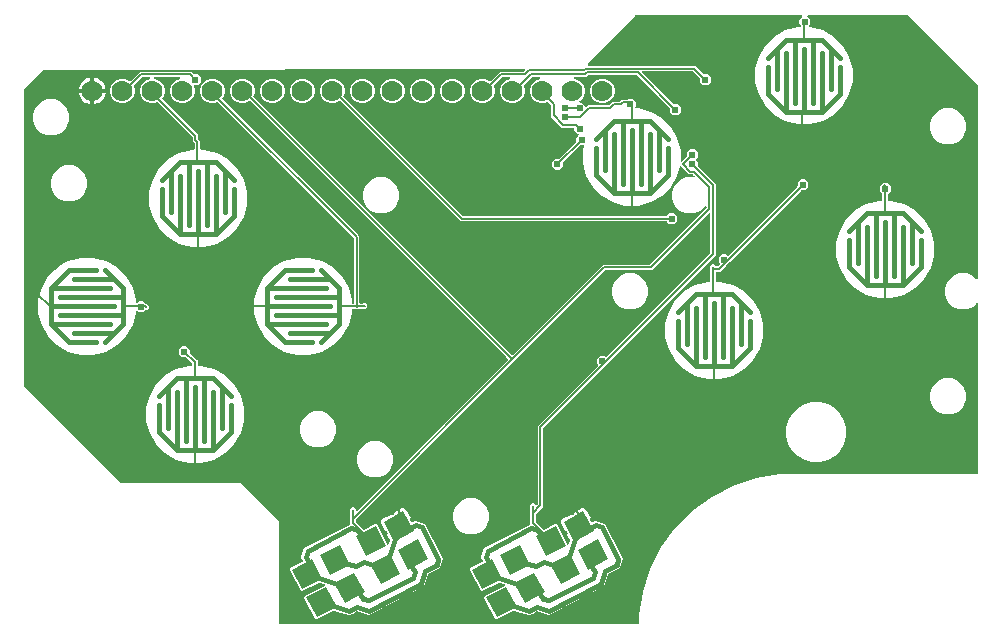
<source format=gbr>
G04 EAGLE Gerber X2 export*
%TF.Part,Single*%
%TF.FileFunction,Copper,L1,Top,Mixed*%
%TF.FilePolarity,Positive*%
%TF.GenerationSoftware,Autodesk,EAGLE,9.1.0*%
%TF.CreationDate,2019-02-06T17:54:36Z*%
G75*
%MOMM*%
%FSLAX34Y34*%
%LPD*%
%AMOC8*
5,1,8,0,0,1.08239X$1,22.5*%
G01*
%ADD10C,0.406400*%
%ADD11R,0.406400X0.812800*%
%ADD12R,1.905000X1.905000*%
%ADD13R,0.812800X0.406400*%
%ADD14C,1.778000*%
%ADD15C,0.152400*%
%ADD16C,0.609600*%

G36*
X809737Y129580D02*
X809737Y129580D01*
X809755Y129590D01*
X809775Y129594D01*
X809863Y129647D01*
X809954Y129696D01*
X809968Y129710D01*
X809986Y129721D01*
X810053Y129799D01*
X810124Y129874D01*
X810132Y129892D01*
X810146Y129908D01*
X810184Y130004D01*
X810227Y130097D01*
X810230Y130117D01*
X810237Y130136D01*
X810256Y130303D01*
X810092Y273622D01*
X810081Y273692D01*
X810079Y273763D01*
X810061Y273813D01*
X810052Y273864D01*
X810019Y273927D01*
X809994Y273994D01*
X809962Y274035D01*
X809937Y274082D01*
X809885Y274131D01*
X809841Y274186D01*
X809796Y274215D01*
X809758Y274251D01*
X809694Y274281D01*
X809634Y274319D01*
X809583Y274332D01*
X809535Y274354D01*
X809464Y274362D01*
X809395Y274379D01*
X809343Y274375D01*
X809291Y274381D01*
X809221Y274366D01*
X809150Y274360D01*
X809102Y274340D01*
X809050Y274328D01*
X808989Y274292D01*
X808924Y274264D01*
X808867Y274219D01*
X808839Y274202D01*
X808824Y274184D01*
X808793Y274159D01*
X806193Y271560D01*
X800592Y269239D01*
X794528Y269239D01*
X788927Y271560D01*
X784640Y275847D01*
X782319Y281448D01*
X782319Y287512D01*
X784640Y293113D01*
X788927Y297400D01*
X794528Y299721D01*
X800592Y299721D01*
X806193Y297400D01*
X808768Y294826D01*
X808827Y294784D01*
X808879Y294734D01*
X808926Y294712D01*
X808968Y294682D01*
X809037Y294661D01*
X809102Y294631D01*
X809153Y294625D01*
X809203Y294610D01*
X809275Y294612D01*
X809347Y294604D01*
X809397Y294615D01*
X809449Y294616D01*
X809516Y294641D01*
X809587Y294656D01*
X809631Y294683D01*
X809680Y294701D01*
X809736Y294746D01*
X809798Y294783D01*
X809831Y294822D01*
X809872Y294854D01*
X809911Y294915D01*
X809957Y294970D01*
X809977Y295018D01*
X810005Y295061D01*
X810022Y295131D01*
X810049Y295198D01*
X810057Y295269D01*
X810065Y295300D01*
X810063Y295323D01*
X810067Y295365D01*
X809884Y456178D01*
X809877Y456221D01*
X809879Y456263D01*
X809857Y456341D01*
X809844Y456421D01*
X809824Y456459D01*
X809812Y456500D01*
X809768Y456572D01*
X809877Y457419D01*
X809875Y457450D01*
X809883Y457516D01*
X809882Y458563D01*
X809887Y458582D01*
X809887Y458601D01*
X809892Y458621D01*
X809883Y458724D01*
X809881Y458827D01*
X809877Y458837D01*
X809877Y459269D01*
X809862Y459359D01*
X809855Y459450D01*
X809842Y459480D01*
X809837Y459512D01*
X809795Y459592D01*
X809759Y459677D01*
X809733Y459709D01*
X809722Y459729D01*
X809699Y459752D01*
X809680Y459775D01*
X809676Y459782D01*
X809672Y459785D01*
X809654Y459808D01*
X751410Y518043D01*
X751336Y518096D01*
X751267Y518156D01*
X751237Y518168D01*
X751211Y518186D01*
X751123Y518213D01*
X751039Y518247D01*
X750998Y518252D01*
X750976Y518259D01*
X750943Y518258D01*
X750872Y518266D01*
X666415Y518227D01*
X666344Y518216D01*
X666273Y518214D01*
X666224Y518196D01*
X666172Y518187D01*
X666109Y518154D01*
X666042Y518129D01*
X666001Y518097D01*
X665955Y518072D01*
X665905Y518020D01*
X665850Y517976D01*
X665821Y517932D01*
X665785Y517894D01*
X665755Y517829D01*
X665717Y517769D01*
X665704Y517718D01*
X665682Y517671D01*
X665674Y517599D01*
X665656Y517530D01*
X665661Y517478D01*
X665655Y517426D01*
X665670Y517356D01*
X665676Y517285D01*
X665696Y517237D01*
X665707Y517186D01*
X665744Y517124D01*
X665772Y517059D01*
X665817Y517002D01*
X665833Y516975D01*
X665851Y516959D01*
X665877Y516928D01*
X668148Y514657D01*
X668148Y510868D01*
X667050Y509770D01*
X667008Y509712D01*
X666958Y509660D01*
X666936Y509613D01*
X666906Y509570D01*
X666885Y509502D01*
X666855Y509437D01*
X666849Y509385D01*
X666834Y509335D01*
X666835Y509264D01*
X666828Y509192D01*
X666839Y509142D01*
X666840Y509090D01*
X666865Y509022D01*
X666880Y508952D01*
X666907Y508907D01*
X666924Y508858D01*
X666969Y508802D01*
X667006Y508741D01*
X667046Y508707D01*
X667078Y508666D01*
X667138Y508628D01*
X667193Y508581D01*
X667241Y508562D01*
X667285Y508533D01*
X667355Y508516D01*
X667421Y508489D01*
X667492Y508481D01*
X667524Y508473D01*
X667547Y508475D01*
X667588Y508471D01*
X668365Y508471D01*
X678863Y505658D01*
X688275Y500224D01*
X695960Y492539D01*
X701394Y483127D01*
X704207Y472629D01*
X704207Y461761D01*
X701394Y451263D01*
X695960Y441851D01*
X688275Y434166D01*
X678863Y428732D01*
X668365Y425919D01*
X657497Y425919D01*
X646999Y428732D01*
X637587Y434166D01*
X629902Y441851D01*
X624468Y451263D01*
X621655Y461761D01*
X621655Y472629D01*
X624468Y483127D01*
X629902Y492539D01*
X637587Y500224D01*
X646999Y505658D01*
X657497Y508471D01*
X659562Y508471D01*
X659633Y508482D01*
X659705Y508484D01*
X659754Y508502D01*
X659805Y508510D01*
X659868Y508544D01*
X659936Y508569D01*
X659976Y508601D01*
X660022Y508625D01*
X660072Y508677D01*
X660128Y508722D01*
X660156Y508766D01*
X660192Y508804D01*
X660222Y508869D01*
X660261Y508929D01*
X660273Y508980D01*
X660295Y509027D01*
X660303Y509098D01*
X660321Y509168D01*
X660317Y509220D01*
X660322Y509271D01*
X660307Y509342D01*
X660302Y509413D01*
X660281Y509461D01*
X660270Y509512D01*
X660233Y509573D01*
X660205Y509639D01*
X660160Y509695D01*
X660144Y509723D01*
X660126Y509738D01*
X660100Y509770D01*
X659002Y510868D01*
X659002Y514657D01*
X661271Y516925D01*
X661313Y516983D01*
X661362Y517035D01*
X661384Y517083D01*
X661414Y517125D01*
X661435Y517193D01*
X661466Y517259D01*
X661471Y517310D01*
X661487Y517360D01*
X661485Y517432D01*
X661493Y517503D01*
X661482Y517554D01*
X661480Y517606D01*
X661456Y517673D01*
X661440Y517743D01*
X661414Y517788D01*
X661396Y517837D01*
X661351Y517893D01*
X661314Y517954D01*
X661274Y517988D01*
X661242Y518029D01*
X661181Y518068D01*
X661127Y518114D01*
X661079Y518134D01*
X661035Y518162D01*
X660965Y518179D01*
X660899Y518206D01*
X660828Y518214D01*
X660797Y518222D01*
X660773Y518220D01*
X660732Y518225D01*
X520111Y518160D01*
X520013Y518144D01*
X519914Y518134D01*
X519892Y518124D01*
X519869Y518120D01*
X519781Y518073D01*
X519690Y518033D01*
X519667Y518013D01*
X519651Y518005D01*
X519629Y517981D01*
X519562Y517925D01*
X480092Y476649D01*
X480057Y476597D01*
X480013Y476551D01*
X479987Y476496D01*
X479953Y476446D01*
X479936Y476385D01*
X479909Y476328D01*
X479903Y476268D01*
X479886Y476210D01*
X479889Y476146D01*
X479882Y476084D01*
X479895Y476024D01*
X479898Y475964D01*
X479921Y475905D01*
X479935Y475843D01*
X479966Y475791D01*
X479988Y475735D01*
X480028Y475686D01*
X480061Y475632D01*
X480107Y475593D01*
X480146Y475546D01*
X480199Y475513D01*
X480248Y475472D01*
X480304Y475449D01*
X480355Y475418D01*
X480417Y475404D01*
X480476Y475380D01*
X480563Y475371D01*
X480595Y475363D01*
X480613Y475365D01*
X480642Y475362D01*
X570860Y475362D01*
X577876Y468346D01*
X577950Y468293D01*
X578019Y468233D01*
X578049Y468221D01*
X578075Y468202D01*
X578162Y468175D01*
X578247Y468141D01*
X578288Y468137D01*
X578311Y468130D01*
X578343Y468131D01*
X578414Y468123D01*
X581332Y468123D01*
X584010Y465444D01*
X584010Y461656D01*
X581332Y458977D01*
X577543Y458977D01*
X574865Y461656D01*
X574865Y464573D01*
X574850Y464664D01*
X574843Y464754D01*
X574830Y464784D01*
X574825Y464816D01*
X574782Y464897D01*
X574747Y464981D01*
X574721Y465013D01*
X574710Y465034D01*
X574687Y465056D01*
X574642Y465112D01*
X569188Y470565D01*
X569114Y470618D01*
X569045Y470678D01*
X569015Y470690D01*
X568989Y470709D01*
X568902Y470736D01*
X568817Y470770D01*
X568776Y470774D01*
X568753Y470781D01*
X568721Y470780D01*
X568650Y470788D01*
X526471Y470788D01*
X526400Y470777D01*
X526329Y470775D01*
X526280Y470757D01*
X526228Y470749D01*
X526165Y470715D01*
X526098Y470690D01*
X526057Y470658D01*
X526011Y470633D01*
X525962Y470582D01*
X525905Y470537D01*
X525877Y470493D01*
X525841Y470455D01*
X525811Y470390D01*
X525772Y470330D01*
X525760Y470279D01*
X525738Y470232D01*
X525730Y470161D01*
X525712Y470091D01*
X525716Y470039D01*
X525711Y469988D01*
X525726Y469917D01*
X525732Y469846D01*
X525752Y469798D01*
X525763Y469747D01*
X525800Y469686D01*
X525828Y469620D01*
X525873Y469564D01*
X525889Y469536D01*
X525907Y469521D01*
X525933Y469489D01*
X552476Y442946D01*
X552550Y442893D01*
X552619Y442833D01*
X552649Y442821D01*
X552675Y442802D01*
X552762Y442775D01*
X552847Y442741D01*
X552888Y442737D01*
X552911Y442730D01*
X552943Y442731D01*
X553014Y442723D01*
X555932Y442723D01*
X558610Y440044D01*
X558610Y436256D01*
X555932Y433577D01*
X552143Y433577D01*
X549465Y436256D01*
X549465Y439174D01*
X549450Y439264D01*
X549443Y439355D01*
X549430Y439384D01*
X549425Y439416D01*
X549382Y439497D01*
X549347Y439581D01*
X549321Y439613D01*
X549310Y439634D01*
X549287Y439656D01*
X549242Y439712D01*
X521563Y467390D01*
X521489Y467443D01*
X521420Y467503D01*
X521390Y467515D01*
X521364Y467534D01*
X521277Y467561D01*
X521192Y467595D01*
X521151Y467599D01*
X521128Y467606D01*
X521096Y467605D01*
X521025Y467613D01*
X480688Y467613D01*
X480597Y467599D01*
X480507Y467591D01*
X480477Y467579D01*
X480445Y467574D01*
X480364Y467531D01*
X480280Y467495D01*
X480248Y467469D01*
X480227Y467458D01*
X480205Y467435D01*
X480149Y467390D01*
X478785Y466026D01*
X469025Y466026D01*
X468929Y466010D01*
X468832Y466001D01*
X468808Y465990D01*
X468782Y465986D01*
X468696Y465941D01*
X468607Y465901D01*
X468588Y465883D01*
X468565Y465871D01*
X468498Y465800D01*
X468426Y465734D01*
X468414Y465712D01*
X468396Y465693D01*
X468355Y465604D01*
X468308Y465519D01*
X468303Y465493D01*
X468292Y465470D01*
X468281Y465373D01*
X468264Y465277D01*
X468268Y465251D01*
X468265Y465225D01*
X468285Y465130D01*
X468300Y465034D01*
X468311Y465010D01*
X468317Y464985D01*
X468367Y464901D01*
X468411Y464814D01*
X468430Y464796D01*
X468443Y464774D01*
X468517Y464710D01*
X468587Y464642D01*
X468615Y464626D01*
X468630Y464614D01*
X468661Y464601D01*
X468734Y464561D01*
X472548Y462981D01*
X475478Y460052D01*
X477064Y456224D01*
X477064Y452080D01*
X475478Y448252D01*
X472835Y445610D01*
X472793Y445552D01*
X472744Y445500D01*
X472722Y445452D01*
X472692Y445410D01*
X472671Y445342D01*
X472640Y445276D01*
X472635Y445225D01*
X472619Y445175D01*
X472621Y445103D01*
X472613Y445032D01*
X472624Y444981D01*
X472626Y444929D01*
X472650Y444862D01*
X472666Y444792D01*
X472692Y444747D01*
X472710Y444698D01*
X472755Y444642D01*
X472792Y444581D01*
X472831Y444547D01*
X472864Y444506D01*
X472924Y444467D01*
X472979Y444421D01*
X473027Y444401D01*
X473071Y444373D01*
X473140Y444356D01*
X473207Y444329D01*
X473278Y444321D01*
X473309Y444313D01*
X473333Y444315D01*
X473374Y444310D01*
X474969Y444310D01*
X477648Y441632D01*
X477648Y441444D01*
X477659Y441374D01*
X477661Y441302D01*
X477679Y441253D01*
X477687Y441202D01*
X477721Y441138D01*
X477746Y441071D01*
X477778Y441030D01*
X477803Y440984D01*
X477855Y440935D01*
X477899Y440879D01*
X477943Y440851D01*
X477981Y440815D01*
X478046Y440785D01*
X478106Y440746D01*
X478157Y440733D01*
X478204Y440711D01*
X478275Y440703D01*
X478345Y440686D01*
X478397Y440690D01*
X478448Y440684D01*
X478519Y440699D01*
X478590Y440705D01*
X478638Y440725D01*
X478689Y440736D01*
X478750Y440773D01*
X478816Y440801D01*
X478872Y440846D01*
X478900Y440863D01*
X478915Y440880D01*
X478947Y440906D01*
X480065Y442024D01*
X497212Y442024D01*
X497303Y442039D01*
X497393Y442046D01*
X497423Y442059D01*
X497455Y442064D01*
X497536Y442107D01*
X497620Y442142D01*
X497652Y442168D01*
X497673Y442179D01*
X497695Y442202D01*
X497751Y442247D01*
X500703Y445199D01*
X506737Y445199D01*
X506828Y445214D01*
X506918Y445221D01*
X506948Y445234D01*
X506980Y445239D01*
X507061Y445282D01*
X507145Y445317D01*
X507177Y445343D01*
X507198Y445354D01*
X507220Y445377D01*
X507276Y445422D01*
X508640Y446787D01*
X513030Y446787D01*
X513120Y446801D01*
X513211Y446809D01*
X513240Y446821D01*
X513272Y446826D01*
X513353Y446869D01*
X513437Y446905D01*
X513469Y446931D01*
X513490Y446942D01*
X513512Y446965D01*
X513568Y447010D01*
X514043Y447485D01*
X517832Y447485D01*
X520510Y444807D01*
X520510Y441018D01*
X520349Y440857D01*
X520307Y440799D01*
X520258Y440747D01*
X520236Y440700D01*
X520206Y440658D01*
X520185Y440589D01*
X520154Y440524D01*
X520149Y440472D01*
X520133Y440423D01*
X520135Y440351D01*
X520127Y440280D01*
X520138Y440229D01*
X520140Y440177D01*
X520164Y440109D01*
X520180Y440039D01*
X520206Y439995D01*
X520224Y439946D01*
X520269Y439890D01*
X520306Y439828D01*
X520345Y439794D01*
X520378Y439754D01*
X520438Y439715D01*
X520493Y439668D01*
X520541Y439649D01*
X520585Y439621D01*
X520654Y439603D01*
X520721Y439576D01*
X520792Y439568D01*
X520823Y439561D01*
X520847Y439562D01*
X520887Y439558D01*
X522530Y439558D01*
X533028Y436745D01*
X542440Y431311D01*
X550125Y423626D01*
X555559Y414214D01*
X558372Y403716D01*
X558372Y395169D01*
X558383Y395098D01*
X558385Y395026D01*
X558403Y394977D01*
X558412Y394926D01*
X558445Y394863D01*
X558470Y394795D01*
X558502Y394755D01*
X558527Y394709D01*
X558579Y394659D01*
X558624Y394603D01*
X558667Y394575D01*
X558705Y394539D01*
X558770Y394509D01*
X558830Y394470D01*
X558881Y394457D01*
X558928Y394436D01*
X558999Y394428D01*
X559069Y394410D01*
X559121Y394414D01*
X559173Y394408D01*
X559243Y394424D01*
X559314Y394429D01*
X559362Y394450D01*
X559413Y394461D01*
X559475Y394497D01*
X559541Y394526D01*
X559596Y394570D01*
X559624Y394587D01*
X559639Y394605D01*
X559671Y394630D01*
X563529Y398488D01*
X563582Y398562D01*
X563642Y398632D01*
X563654Y398662D01*
X563673Y398688D01*
X563700Y398775D01*
X563734Y398860D01*
X563738Y398901D01*
X563745Y398923D01*
X563744Y398955D01*
X563752Y399027D01*
X563752Y401944D01*
X566431Y404623D01*
X570219Y404623D01*
X572898Y401944D01*
X572898Y398156D01*
X571361Y396620D01*
X571350Y396603D01*
X571334Y396591D01*
X571303Y396543D01*
X571296Y396535D01*
X571290Y396522D01*
X571278Y396504D01*
X571218Y396420D01*
X571212Y396401D01*
X571201Y396384D01*
X571176Y396283D01*
X571145Y396185D01*
X571146Y396165D01*
X571141Y396145D01*
X571149Y396042D01*
X571152Y395939D01*
X571159Y395920D01*
X571160Y395900D01*
X571201Y395805D01*
X571236Y395708D01*
X571249Y395692D01*
X571257Y395674D01*
X571361Y395543D01*
X572898Y394007D01*
X572898Y391089D01*
X572912Y390999D01*
X572920Y390908D01*
X572932Y390878D01*
X572937Y390846D01*
X572980Y390766D01*
X573016Y390682D01*
X573042Y390650D01*
X573053Y390629D01*
X573076Y390607D01*
X573121Y390551D01*
X586512Y377160D01*
X588074Y375597D01*
X588074Y314965D01*
X496921Y223812D01*
X496874Y223747D01*
X496859Y223731D01*
X496856Y223724D01*
X496808Y223668D01*
X496796Y223638D01*
X496777Y223612D01*
X496776Y223610D01*
X493924Y220758D01*
X493869Y220734D01*
X493837Y220708D01*
X493816Y220697D01*
X493794Y220674D01*
X493738Y220629D01*
X442247Y169138D01*
X442194Y169064D01*
X442135Y168995D01*
X442122Y168965D01*
X442104Y168939D01*
X442077Y168852D01*
X442043Y168767D01*
X442038Y168726D01*
X442031Y168703D01*
X442032Y168671D01*
X442024Y168600D01*
X442024Y102240D01*
X435935Y96151D01*
X435882Y96077D01*
X435823Y96008D01*
X435811Y95978D01*
X435792Y95952D01*
X435765Y95865D01*
X435731Y95780D01*
X435726Y95739D01*
X435719Y95717D01*
X435720Y95684D01*
X435712Y95613D01*
X435712Y89392D01*
X435727Y89302D01*
X435734Y89211D01*
X435747Y89181D01*
X435752Y89150D01*
X435795Y89069D01*
X435830Y88985D01*
X435856Y88953D01*
X435867Y88932D01*
X435891Y88910D01*
X435935Y88854D01*
X439364Y85425D01*
X439444Y85368D01*
X439520Y85305D01*
X439548Y85293D01*
X439564Y85282D01*
X439595Y85272D01*
X439673Y85238D01*
X439718Y85223D01*
X439830Y85009D01*
X439849Y84983D01*
X439862Y84954D01*
X439967Y84823D01*
X442010Y82779D01*
X442032Y82763D01*
X442050Y82742D01*
X442132Y82692D01*
X442210Y82636D01*
X442236Y82628D01*
X442259Y82613D01*
X442353Y82592D01*
X442445Y82563D01*
X442472Y82564D01*
X442499Y82558D01*
X442594Y82567D01*
X442691Y82570D01*
X442716Y82579D01*
X442743Y82582D01*
X442900Y82642D01*
X452377Y87576D01*
X453582Y87196D01*
X462313Y70424D01*
X462356Y70366D01*
X462391Y70303D01*
X462429Y70268D01*
X462460Y70227D01*
X462519Y70186D01*
X462572Y70138D01*
X462620Y70116D01*
X462663Y70087D01*
X462732Y70067D01*
X462797Y70038D01*
X462849Y70033D01*
X462899Y70019D01*
X462971Y70022D01*
X463042Y70016D01*
X463093Y70028D01*
X463145Y70030D01*
X463212Y70056D01*
X463282Y70073D01*
X463326Y70100D01*
X463374Y70119D01*
X463429Y70165D01*
X463490Y70203D01*
X463523Y70243D01*
X463563Y70276D01*
X463601Y70337D01*
X463647Y70393D01*
X463675Y70458D01*
X463692Y70486D01*
X463698Y70509D01*
X463714Y70546D01*
X464578Y73287D01*
X464591Y73377D01*
X464612Y73466D01*
X464609Y73498D01*
X464614Y73530D01*
X464597Y73620D01*
X464588Y73711D01*
X464573Y73749D01*
X464569Y73772D01*
X464554Y73801D01*
X464528Y73867D01*
X462128Y78477D01*
X462354Y78595D01*
X462370Y78607D01*
X462388Y78614D01*
X462468Y78680D01*
X462551Y78742D01*
X462562Y78759D01*
X462577Y78771D01*
X462632Y78860D01*
X462690Y78945D01*
X462696Y78964D01*
X462706Y78981D01*
X462730Y79082D01*
X462758Y79181D01*
X462757Y79201D01*
X462762Y79221D01*
X462752Y79323D01*
X462747Y79427D01*
X462740Y79446D01*
X462738Y79465D01*
X462678Y79622D01*
X461974Y80973D01*
X461962Y80989D01*
X461955Y81008D01*
X461889Y81087D01*
X461827Y81170D01*
X461810Y81182D01*
X461797Y81197D01*
X461709Y81251D01*
X461624Y81310D01*
X461605Y81316D01*
X461588Y81326D01*
X461487Y81349D01*
X461388Y81378D01*
X461368Y81377D01*
X461348Y81382D01*
X461245Y81372D01*
X461142Y81367D01*
X461124Y81360D01*
X461104Y81358D01*
X460947Y81297D01*
X460721Y81180D01*
X456872Y88574D01*
X456727Y89227D01*
X456756Y89895D01*
X456957Y90533D01*
X457317Y91098D01*
X457810Y91550D01*
X465205Y95399D01*
X465322Y95173D01*
X465334Y95157D01*
X465341Y95138D01*
X465407Y95059D01*
X465469Y94976D01*
X465486Y94965D01*
X465499Y94949D01*
X465587Y94895D01*
X465672Y94836D01*
X465691Y94831D01*
X465708Y94820D01*
X465809Y94797D01*
X465908Y94768D01*
X465928Y94769D01*
X465948Y94765D01*
X466050Y94775D01*
X466154Y94779D01*
X466173Y94787D01*
X466192Y94789D01*
X466349Y94849D01*
X467701Y95553D01*
X467717Y95565D01*
X467735Y95572D01*
X467814Y95638D01*
X467898Y95700D01*
X467909Y95717D01*
X467924Y95729D01*
X467978Y95817D01*
X468037Y95903D01*
X468043Y95922D01*
X468053Y95939D01*
X468077Y96040D01*
X468105Y96139D01*
X468104Y96159D01*
X468109Y96178D01*
X468099Y96281D01*
X468094Y96385D01*
X468087Y96403D01*
X468085Y96423D01*
X468024Y96580D01*
X467907Y96806D01*
X475301Y100655D01*
X475954Y100800D01*
X476623Y100770D01*
X477261Y100569D01*
X477825Y100210D01*
X478277Y99717D01*
X482126Y92322D01*
X481900Y92205D01*
X481884Y92193D01*
X481866Y92185D01*
X481786Y92119D01*
X481703Y92057D01*
X481692Y92041D01*
X481676Y92028D01*
X481622Y91940D01*
X481563Y91855D01*
X481558Y91836D01*
X481547Y91819D01*
X481524Y91717D01*
X481496Y91618D01*
X481496Y91598D01*
X481492Y91579D01*
X481502Y91476D01*
X481507Y91373D01*
X481514Y91354D01*
X481516Y91334D01*
X481576Y91178D01*
X482280Y89826D01*
X482292Y89810D01*
X482299Y89792D01*
X482365Y89712D01*
X482427Y89629D01*
X482444Y89618D01*
X482456Y89603D01*
X482545Y89548D01*
X482630Y89489D01*
X482649Y89484D01*
X482666Y89473D01*
X482767Y89450D01*
X482866Y89422D01*
X482886Y89422D01*
X482905Y89418D01*
X483008Y89428D01*
X483112Y89433D01*
X483131Y89440D01*
X483150Y89442D01*
X483307Y89502D01*
X483547Y89628D01*
X483567Y89594D01*
X483597Y89568D01*
X483622Y89535D01*
X483638Y89524D01*
X483651Y89508D01*
X483708Y89473D01*
X483754Y89434D01*
X483789Y89420D01*
X483824Y89395D01*
X483843Y89390D01*
X483860Y89379D01*
X483928Y89364D01*
X483982Y89342D01*
X484028Y89337D01*
X484061Y89327D01*
X484081Y89328D01*
X484100Y89324D01*
X484123Y89326D01*
X484149Y89323D01*
X484152Y89323D01*
X484221Y89335D01*
X484306Y89338D01*
X484325Y89346D01*
X484345Y89348D01*
X484377Y89360D01*
X484394Y89363D01*
X484422Y89377D01*
X484501Y89408D01*
X486259Y90323D01*
X489369Y89342D01*
X494207Y87817D01*
X508136Y61060D01*
X509642Y58167D01*
X508661Y55056D01*
X507136Y50218D01*
X497277Y45086D01*
X497220Y45044D01*
X497168Y45016D01*
X497152Y44999D01*
X497127Y44983D01*
X497106Y44958D01*
X497080Y44939D01*
X497041Y44882D01*
X496999Y44838D01*
X496988Y44815D01*
X496970Y44793D01*
X496954Y44755D01*
X496940Y44736D01*
X496931Y44705D01*
X496902Y44640D01*
X493757Y34663D01*
X450103Y11938D01*
X447210Y10432D01*
X444099Y11413D01*
X437233Y13578D01*
X437142Y13591D01*
X437054Y13611D01*
X437021Y13608D01*
X436989Y13613D01*
X436900Y13596D01*
X436809Y13587D01*
X436770Y13573D01*
X436747Y13568D01*
X436719Y13553D01*
X436652Y13527D01*
X433066Y11660D01*
X430173Y10154D01*
X427062Y11135D01*
X417456Y14164D01*
X417365Y14177D01*
X417276Y14197D01*
X417244Y14194D01*
X417212Y14199D01*
X417122Y14182D01*
X417032Y14174D01*
X416993Y14159D01*
X416970Y14155D01*
X416942Y14139D01*
X416875Y14113D01*
X402806Y6789D01*
X401602Y7169D01*
X392222Y25187D01*
X392602Y26392D01*
X409374Y35123D01*
X409432Y35166D01*
X409494Y35201D01*
X409530Y35239D01*
X409571Y35270D01*
X409612Y35329D01*
X409660Y35382D01*
X409681Y35430D01*
X409711Y35473D01*
X409731Y35542D01*
X409760Y35607D01*
X409765Y35659D01*
X409779Y35709D01*
X409776Y35781D01*
X409782Y35852D01*
X409770Y35903D01*
X409768Y35955D01*
X409742Y36021D01*
X409725Y36091D01*
X409698Y36136D01*
X409679Y36184D01*
X409633Y36239D01*
X409595Y36300D01*
X409555Y36333D01*
X409522Y36373D01*
X409461Y36411D01*
X409405Y36456D01*
X409340Y36485D01*
X409312Y36502D01*
X409289Y36507D01*
X409252Y36524D01*
X405141Y37820D01*
X405050Y37833D01*
X404961Y37854D01*
X404929Y37851D01*
X404897Y37855D01*
X404807Y37839D01*
X404717Y37830D01*
X404678Y37815D01*
X404655Y37811D01*
X404627Y37795D01*
X404560Y37770D01*
X390491Y30446D01*
X389287Y30826D01*
X379907Y48843D01*
X380287Y50048D01*
X390535Y55383D01*
X390551Y55395D01*
X390570Y55402D01*
X390649Y55468D01*
X390732Y55530D01*
X390743Y55547D01*
X390759Y55560D01*
X390813Y55648D01*
X390872Y55733D01*
X390877Y55752D01*
X390888Y55769D01*
X390911Y55870D01*
X390940Y55969D01*
X390939Y55989D01*
X390943Y56009D01*
X390933Y56112D01*
X390929Y56215D01*
X390921Y56234D01*
X390919Y56253D01*
X390859Y56410D01*
X389475Y59068D01*
X389521Y59214D01*
X390456Y62179D01*
X391935Y66872D01*
X391981Y67017D01*
X428876Y86224D01*
X430729Y87188D01*
X430796Y87239D01*
X430869Y87282D01*
X430894Y87312D01*
X430926Y87336D01*
X430974Y87405D01*
X431028Y87469D01*
X431043Y87505D01*
X431066Y87538D01*
X431089Y87619D01*
X431120Y87697D01*
X431126Y87748D01*
X431134Y87774D01*
X431132Y87804D01*
X431139Y87863D01*
X431139Y95537D01*
X431124Y95627D01*
X431117Y95718D01*
X431104Y95748D01*
X431101Y95770D01*
X431101Y97923D01*
X431120Y97971D01*
X431125Y98012D01*
X431132Y98034D01*
X431131Y98067D01*
X431139Y98138D01*
X431139Y103970D01*
X432478Y105309D01*
X434373Y105309D01*
X435804Y103878D01*
X435810Y103861D01*
X435843Y103820D01*
X435867Y103774D01*
X435919Y103725D01*
X435964Y103669D01*
X436008Y103640D01*
X436046Y103605D01*
X436111Y103574D01*
X436171Y103536D01*
X436221Y103523D01*
X436269Y103501D01*
X436340Y103493D01*
X436409Y103476D01*
X436461Y103480D01*
X436513Y103474D01*
X436583Y103489D01*
X436655Y103495D01*
X436703Y103515D01*
X436753Y103526D01*
X436815Y103563D01*
X436881Y103591D01*
X436937Y103636D01*
X436965Y103652D01*
X436980Y103670D01*
X437012Y103696D01*
X437228Y103912D01*
X437281Y103986D01*
X437340Y104055D01*
X437353Y104085D01*
X437371Y104112D01*
X437398Y104198D01*
X437432Y104283D01*
X437437Y104324D01*
X437444Y104347D01*
X437443Y104379D01*
X437451Y104450D01*
X437451Y170810D01*
X439013Y172372D01*
X488324Y221683D01*
X488335Y221699D01*
X488351Y221711D01*
X488407Y221799D01*
X488467Y221883D01*
X488473Y221902D01*
X488484Y221918D01*
X488509Y222019D01*
X488540Y222118D01*
X488539Y222138D01*
X488544Y222157D01*
X488536Y222260D01*
X488533Y222363D01*
X488527Y222382D01*
X488525Y222402D01*
X488485Y222497D01*
X488449Y222594D01*
X488436Y222610D01*
X488429Y222628D01*
X488324Y222759D01*
X487552Y223531D01*
X487552Y227319D01*
X490231Y229998D01*
X494019Y229998D01*
X494791Y229226D01*
X494807Y229215D01*
X494819Y229199D01*
X494907Y229143D01*
X494990Y229083D01*
X495009Y229077D01*
X495026Y229066D01*
X495127Y229041D01*
X495225Y229010D01*
X495245Y229011D01*
X495265Y229006D01*
X495368Y229014D01*
X495471Y229017D01*
X495490Y229023D01*
X495510Y229025D01*
X495605Y229065D01*
X495702Y229101D01*
X495718Y229114D01*
X495736Y229121D01*
X495867Y229226D01*
X583278Y316637D01*
X583331Y316711D01*
X583390Y316780D01*
X583403Y316810D01*
X583421Y316836D01*
X583448Y316923D01*
X583482Y317008D01*
X583487Y317049D01*
X583494Y317072D01*
X583493Y317104D01*
X583501Y317175D01*
X583501Y349829D01*
X583489Y349900D01*
X583487Y349971D01*
X583469Y350020D01*
X583461Y350072D01*
X583427Y350135D01*
X583403Y350202D01*
X583370Y350243D01*
X583346Y350289D01*
X583294Y350339D01*
X583249Y350395D01*
X583205Y350423D01*
X583168Y350459D01*
X583103Y350489D01*
X583042Y350528D01*
X582992Y350540D01*
X582945Y350562D01*
X582873Y350570D01*
X582804Y350588D01*
X582752Y350584D01*
X582700Y350589D01*
X582630Y350574D01*
X582559Y350568D01*
X582511Y350548D01*
X582460Y350537D01*
X582398Y350500D01*
X582332Y350472D01*
X582276Y350427D01*
X582249Y350411D01*
X582233Y350393D01*
X582201Y350367D01*
X535910Y304076D01*
X534347Y302513D01*
X494975Y302513D01*
X494885Y302499D01*
X494794Y302491D01*
X494764Y302479D01*
X494732Y302474D01*
X494652Y302431D01*
X494568Y302395D01*
X494536Y302369D01*
X494515Y302358D01*
X494493Y302335D01*
X494437Y302290D01*
X418435Y226288D01*
X416649Y224503D01*
X283535Y91389D01*
X283482Y91315D01*
X283473Y91304D01*
X283444Y91274D01*
X283441Y91266D01*
X283423Y91245D01*
X283411Y91215D01*
X283392Y91189D01*
X283366Y91106D01*
X283340Y91051D01*
X283339Y91038D01*
X283331Y91017D01*
X283326Y90976D01*
X283319Y90954D01*
X283320Y90922D01*
X283312Y90851D01*
X283312Y89392D01*
X283327Y89302D01*
X283334Y89211D01*
X283347Y89181D01*
X283352Y89150D01*
X283395Y89069D01*
X283430Y88985D01*
X283456Y88953D01*
X283467Y88932D01*
X283491Y88910D01*
X283535Y88854D01*
X286964Y85425D01*
X287044Y85368D01*
X287120Y85305D01*
X287148Y85293D01*
X287164Y85282D01*
X287195Y85272D01*
X287273Y85238D01*
X287318Y85223D01*
X287430Y85009D01*
X287449Y84983D01*
X287462Y84954D01*
X287567Y84823D01*
X289610Y82779D01*
X289632Y82763D01*
X289650Y82742D01*
X289731Y82692D01*
X289810Y82636D01*
X289836Y82628D01*
X289859Y82613D01*
X289953Y82592D01*
X290045Y82563D01*
X290072Y82564D01*
X290099Y82558D01*
X290194Y82567D01*
X290291Y82570D01*
X290316Y82579D01*
X290343Y82582D01*
X290500Y82642D01*
X299977Y87576D01*
X301182Y87196D01*
X309913Y70424D01*
X309956Y70366D01*
X309991Y70303D01*
X310029Y70268D01*
X310060Y70227D01*
X310119Y70186D01*
X310172Y70138D01*
X310220Y70116D01*
X310263Y70087D01*
X310332Y70067D01*
X310397Y70038D01*
X310449Y70033D01*
X310499Y70019D01*
X310571Y70022D01*
X310642Y70016D01*
X310693Y70028D01*
X310745Y70030D01*
X310812Y70056D01*
X310882Y70073D01*
X310926Y70100D01*
X310974Y70119D01*
X311029Y70165D01*
X311090Y70203D01*
X311123Y70243D01*
X311163Y70276D01*
X311201Y70337D01*
X311247Y70393D01*
X311275Y70458D01*
X311292Y70486D01*
X311298Y70509D01*
X311314Y70546D01*
X312178Y73287D01*
X312191Y73377D01*
X312212Y73466D01*
X312209Y73498D01*
X312214Y73530D01*
X312197Y73620D01*
X312188Y73711D01*
X312173Y73749D01*
X312169Y73772D01*
X312154Y73801D01*
X312128Y73867D01*
X309728Y78477D01*
X309954Y78595D01*
X309970Y78607D01*
X309988Y78614D01*
X310068Y78680D01*
X310151Y78742D01*
X310162Y78759D01*
X310177Y78771D01*
X310232Y78860D01*
X310290Y78945D01*
X310296Y78964D01*
X310306Y78981D01*
X310330Y79082D01*
X310358Y79181D01*
X310357Y79201D01*
X310362Y79220D01*
X310352Y79323D01*
X310347Y79427D01*
X310340Y79445D01*
X310338Y79465D01*
X310278Y79622D01*
X309574Y80973D01*
X309562Y80989D01*
X309555Y81008D01*
X309489Y81087D01*
X309427Y81170D01*
X309410Y81182D01*
X309397Y81197D01*
X309309Y81251D01*
X309224Y81310D01*
X309205Y81316D01*
X309188Y81326D01*
X309087Y81349D01*
X308988Y81378D01*
X308968Y81377D01*
X308948Y81382D01*
X308845Y81372D01*
X308742Y81367D01*
X308723Y81360D01*
X308704Y81358D01*
X308547Y81297D01*
X308321Y81180D01*
X304472Y88574D01*
X304327Y89227D01*
X304356Y89895D01*
X304557Y90533D01*
X304917Y91098D01*
X305410Y91550D01*
X312805Y95399D01*
X312922Y95173D01*
X312934Y95157D01*
X312941Y95138D01*
X313007Y95059D01*
X313069Y94976D01*
X313086Y94965D01*
X313099Y94949D01*
X313187Y94895D01*
X313272Y94836D01*
X313291Y94831D01*
X313308Y94820D01*
X313409Y94797D01*
X313508Y94768D01*
X313528Y94769D01*
X313548Y94765D01*
X313650Y94775D01*
X313754Y94779D01*
X313773Y94787D01*
X313792Y94789D01*
X313949Y94849D01*
X315301Y95553D01*
X315317Y95565D01*
X315335Y95572D01*
X315414Y95638D01*
X315498Y95700D01*
X315509Y95717D01*
X315524Y95729D01*
X315578Y95817D01*
X315637Y95903D01*
X315643Y95922D01*
X315653Y95939D01*
X315677Y96040D01*
X315705Y96139D01*
X315704Y96159D01*
X315709Y96178D01*
X315699Y96281D01*
X315694Y96385D01*
X315687Y96403D01*
X315685Y96423D01*
X315624Y96580D01*
X315507Y96806D01*
X322901Y100655D01*
X323554Y100800D01*
X324223Y100770D01*
X324861Y100569D01*
X325425Y100210D01*
X325877Y99717D01*
X329726Y92322D01*
X329500Y92205D01*
X329484Y92193D01*
X329466Y92185D01*
X329386Y92119D01*
X329303Y92057D01*
X329292Y92041D01*
X329276Y92028D01*
X329222Y91940D01*
X329163Y91855D01*
X329158Y91836D01*
X329147Y91819D01*
X329124Y91717D01*
X329096Y91618D01*
X329096Y91598D01*
X329092Y91579D01*
X329102Y91476D01*
X329107Y91373D01*
X329114Y91354D01*
X329116Y91334D01*
X329176Y91178D01*
X329880Y89826D01*
X329892Y89810D01*
X329899Y89792D01*
X329965Y89712D01*
X330027Y89629D01*
X330044Y89618D01*
X330056Y89603D01*
X330145Y89548D01*
X330230Y89489D01*
X330249Y89484D01*
X330266Y89473D01*
X330367Y89450D01*
X330466Y89422D01*
X330486Y89422D01*
X330505Y89418D01*
X330608Y89428D01*
X330712Y89433D01*
X330731Y89440D01*
X330750Y89442D01*
X330907Y89502D01*
X331147Y89628D01*
X331167Y89594D01*
X331197Y89568D01*
X331222Y89535D01*
X331238Y89524D01*
X331251Y89508D01*
X331308Y89473D01*
X331354Y89434D01*
X331389Y89420D01*
X331424Y89395D01*
X331443Y89390D01*
X331460Y89379D01*
X331528Y89364D01*
X331582Y89342D01*
X331629Y89337D01*
X331661Y89327D01*
X331681Y89328D01*
X331700Y89324D01*
X331723Y89326D01*
X331749Y89323D01*
X331752Y89323D01*
X331821Y89335D01*
X331906Y89338D01*
X331925Y89346D01*
X331945Y89348D01*
X331977Y89360D01*
X331994Y89363D01*
X332022Y89377D01*
X332101Y89408D01*
X333859Y90323D01*
X341808Y87817D01*
X355736Y61060D01*
X357242Y58167D01*
X356261Y55056D01*
X354736Y50218D01*
X344877Y45086D01*
X344820Y45044D01*
X344768Y45016D01*
X344752Y44999D01*
X344727Y44983D01*
X344706Y44958D01*
X344680Y44939D01*
X344641Y44882D01*
X344599Y44838D01*
X344588Y44815D01*
X344570Y44793D01*
X344554Y44755D01*
X344540Y44736D01*
X344531Y44705D01*
X344502Y44640D01*
X341357Y34663D01*
X297703Y11938D01*
X294810Y10432D01*
X291699Y11413D01*
X284833Y13578D01*
X284742Y13591D01*
X284654Y13611D01*
X284621Y13608D01*
X284589Y13613D01*
X284500Y13596D01*
X284409Y13587D01*
X284370Y13573D01*
X284347Y13568D01*
X284319Y13553D01*
X284252Y13527D01*
X280666Y11660D01*
X277773Y10154D01*
X274662Y11135D01*
X265056Y14164D01*
X264965Y14177D01*
X264876Y14197D01*
X264844Y14194D01*
X264812Y14199D01*
X264722Y14182D01*
X264632Y14174D01*
X264593Y14159D01*
X264570Y14155D01*
X264542Y14139D01*
X264475Y14113D01*
X250406Y6789D01*
X249202Y7169D01*
X239822Y25187D01*
X240202Y26392D01*
X256974Y35123D01*
X257032Y35166D01*
X257094Y35201D01*
X257130Y35239D01*
X257171Y35270D01*
X257212Y35329D01*
X257260Y35382D01*
X257281Y35430D01*
X257311Y35473D01*
X257331Y35542D01*
X257360Y35607D01*
X257365Y35659D01*
X257379Y35709D01*
X257376Y35781D01*
X257382Y35852D01*
X257370Y35903D01*
X257368Y35955D01*
X257342Y36021D01*
X257325Y36091D01*
X257298Y36136D01*
X257279Y36184D01*
X257233Y36239D01*
X257195Y36300D01*
X257155Y36333D01*
X257122Y36373D01*
X257061Y36411D01*
X257005Y36456D01*
X256940Y36485D01*
X256912Y36502D01*
X256889Y36507D01*
X256852Y36524D01*
X252741Y37820D01*
X252650Y37833D01*
X252561Y37854D01*
X252529Y37851D01*
X252497Y37855D01*
X252407Y37839D01*
X252317Y37830D01*
X252278Y37815D01*
X252255Y37811D01*
X252227Y37795D01*
X252160Y37770D01*
X238091Y30446D01*
X236887Y30826D01*
X227507Y48843D01*
X227887Y50048D01*
X238135Y55383D01*
X238151Y55395D01*
X238170Y55402D01*
X238249Y55468D01*
X238332Y55530D01*
X238343Y55547D01*
X238359Y55560D01*
X238413Y55648D01*
X238472Y55733D01*
X238477Y55752D01*
X238488Y55769D01*
X238511Y55870D01*
X238540Y55969D01*
X238539Y55989D01*
X238543Y56009D01*
X238533Y56112D01*
X238529Y56215D01*
X238521Y56234D01*
X238519Y56253D01*
X238459Y56410D01*
X237075Y59068D01*
X237121Y59214D01*
X238056Y62179D01*
X239535Y66872D01*
X239581Y67017D01*
X276476Y86224D01*
X278329Y87188D01*
X278396Y87239D01*
X278469Y87282D01*
X278494Y87312D01*
X278526Y87336D01*
X278574Y87405D01*
X278628Y87469D01*
X278643Y87505D01*
X278666Y87538D01*
X278689Y87619D01*
X278720Y87697D01*
X278726Y87748D01*
X278734Y87774D01*
X278732Y87804D01*
X278739Y87863D01*
X278739Y90774D01*
X278724Y90865D01*
X278717Y90956D01*
X278704Y90985D01*
X278701Y91007D01*
X278701Y93160D01*
X278720Y93209D01*
X278725Y93250D01*
X278732Y93272D01*
X278731Y93304D01*
X278739Y93376D01*
X278739Y100312D01*
X280078Y101652D01*
X281973Y101652D01*
X283312Y100312D01*
X283312Y99472D01*
X283324Y99401D01*
X283326Y99329D01*
X283344Y99280D01*
X283352Y99229D01*
X283386Y99166D01*
X283410Y99098D01*
X283443Y99057D01*
X283467Y99011D01*
X283519Y98962D01*
X283564Y98906D01*
X283608Y98878D01*
X283646Y98842D01*
X283710Y98812D01*
X283771Y98773D01*
X283821Y98760D01*
X283869Y98738D01*
X283940Y98731D01*
X284009Y98713D01*
X284061Y98717D01*
X284113Y98711D01*
X284183Y98727D01*
X284255Y98732D01*
X284302Y98752D01*
X284353Y98764D01*
X284415Y98800D01*
X284481Y98828D01*
X284537Y98873D01*
X284565Y98890D01*
X284580Y98908D01*
X284612Y98933D01*
X412153Y226474D01*
X412164Y226490D01*
X412180Y226503D01*
X412236Y226590D01*
X412296Y226674D01*
X412302Y226693D01*
X412313Y226710D01*
X412338Y226810D01*
X412369Y226909D01*
X412368Y226929D01*
X412373Y226948D01*
X412365Y227051D01*
X412362Y227155D01*
X412355Y227174D01*
X412354Y227193D01*
X412314Y227288D01*
X412278Y227386D01*
X412265Y227402D01*
X412258Y227420D01*
X412153Y227551D01*
X194303Y445401D01*
X194287Y445412D01*
X194274Y445428D01*
X194187Y445484D01*
X194103Y445544D01*
X194084Y445550D01*
X194067Y445561D01*
X193967Y445586D01*
X193868Y445617D01*
X193848Y445616D01*
X193829Y445621D01*
X193726Y445613D01*
X193622Y445610D01*
X193603Y445603D01*
X193584Y445602D01*
X193489Y445562D01*
X193391Y445526D01*
X193375Y445513D01*
X193357Y445506D01*
X193226Y445401D01*
X193148Y445323D01*
X189320Y443737D01*
X185177Y443737D01*
X181349Y445323D01*
X178420Y448252D01*
X176834Y452080D01*
X176834Y456224D01*
X178420Y460052D01*
X181349Y462981D01*
X185177Y464567D01*
X189320Y464567D01*
X193148Y462981D01*
X196078Y460052D01*
X197664Y456224D01*
X197664Y452080D01*
X196812Y450024D01*
X196785Y449911D01*
X196757Y449797D01*
X196757Y449791D01*
X196756Y449785D01*
X196767Y449668D01*
X196776Y449552D01*
X196778Y449546D01*
X196779Y449540D01*
X196827Y449432D01*
X196872Y449326D01*
X196877Y449320D01*
X196879Y449315D01*
X196891Y449301D01*
X196977Y449195D01*
X415387Y230785D01*
X415403Y230773D01*
X415415Y230758D01*
X415503Y230701D01*
X415586Y230641D01*
X415605Y230635D01*
X415622Y230625D01*
X415723Y230599D01*
X415822Y230569D01*
X415841Y230569D01*
X415861Y230564D01*
X415964Y230572D01*
X416067Y230575D01*
X416086Y230582D01*
X416106Y230584D01*
X416201Y230624D01*
X416298Y230660D01*
X416314Y230672D01*
X416332Y230680D01*
X416463Y230785D01*
X492765Y307087D01*
X532137Y307087D01*
X532228Y307101D01*
X532318Y307109D01*
X532348Y307121D01*
X532380Y307126D01*
X532461Y307169D01*
X532545Y307205D01*
X532577Y307231D01*
X532598Y307242D01*
X532620Y307265D01*
X532676Y307310D01*
X580103Y354737D01*
X580156Y354811D01*
X580215Y354880D01*
X580228Y354910D01*
X580246Y354936D01*
X580273Y355023D01*
X580307Y355108D01*
X580312Y355149D01*
X580319Y355172D01*
X580318Y355204D01*
X580326Y355275D01*
X580326Y356274D01*
X580314Y356345D01*
X580312Y356417D01*
X580294Y356466D01*
X580286Y356517D01*
X580252Y356580D01*
X580228Y356648D01*
X580195Y356688D01*
X580171Y356734D01*
X580119Y356784D01*
X580074Y356840D01*
X580030Y356868D01*
X579993Y356904D01*
X579928Y356934D01*
X579867Y356973D01*
X579817Y356986D01*
X579770Y357007D01*
X579698Y357015D01*
X579629Y357033D01*
X579577Y357029D01*
X579525Y357035D01*
X579455Y357019D01*
X579384Y357014D01*
X579336Y356993D01*
X579285Y356982D01*
X579223Y356945D01*
X579157Y356917D01*
X579101Y356873D01*
X579074Y356856D01*
X579058Y356838D01*
X579026Y356813D01*
X575053Y352840D01*
X569452Y350519D01*
X563388Y350519D01*
X557787Y352840D01*
X553500Y357127D01*
X551179Y362728D01*
X551179Y368792D01*
X553500Y374393D01*
X557787Y378680D01*
X563388Y381001D01*
X569603Y381001D01*
X569673Y381012D01*
X569745Y381014D01*
X569794Y381032D01*
X569845Y381040D01*
X569909Y381074D01*
X569976Y381099D01*
X570017Y381131D01*
X570063Y381156D01*
X570112Y381207D01*
X570168Y381252D01*
X570196Y381296D01*
X570232Y381334D01*
X570262Y381399D01*
X570301Y381459D01*
X570314Y381510D01*
X570336Y381557D01*
X570344Y381628D01*
X570361Y381698D01*
X570357Y381750D01*
X570363Y381801D01*
X570348Y381872D01*
X570342Y381943D01*
X570322Y381991D01*
X570311Y382042D01*
X570274Y382103D01*
X570246Y382169D01*
X570201Y382225D01*
X570184Y382253D01*
X570167Y382268D01*
X570141Y382300D01*
X569188Y383253D01*
X569114Y383306D01*
X569045Y383365D01*
X569015Y383378D01*
X568989Y383396D01*
X568902Y383423D01*
X568817Y383457D01*
X568776Y383462D01*
X568753Y383469D01*
X568721Y383468D01*
X568650Y383476D01*
X565790Y383476D01*
X558891Y390375D01*
X558814Y390430D01*
X558741Y390492D01*
X558714Y390502D01*
X558692Y390518D01*
X558601Y390546D01*
X558512Y390581D01*
X558484Y390582D01*
X558457Y390591D01*
X558361Y390588D01*
X558266Y390593D01*
X558239Y390585D01*
X558211Y390584D01*
X558121Y390552D01*
X558029Y390525D01*
X558006Y390510D01*
X557980Y390500D01*
X557905Y390440D01*
X557827Y390386D01*
X557810Y390364D01*
X557788Y390346D01*
X557736Y390266D01*
X557679Y390190D01*
X557666Y390157D01*
X557655Y390139D01*
X557647Y390107D01*
X557618Y390033D01*
X555559Y382350D01*
X550125Y372938D01*
X542440Y365253D01*
X533028Y359819D01*
X522530Y357006D01*
X511662Y357006D01*
X501164Y359819D01*
X491752Y365253D01*
X484067Y372938D01*
X478633Y382350D01*
X475820Y392848D01*
X475820Y403716D01*
X476759Y407219D01*
X476771Y407338D01*
X476784Y407455D01*
X476783Y407460D01*
X476783Y407464D01*
X476757Y407579D01*
X476732Y407696D01*
X476730Y407699D01*
X476729Y407704D01*
X476666Y407805D01*
X476606Y407907D01*
X476602Y407910D01*
X476600Y407913D01*
X476509Y407990D01*
X476419Y408067D01*
X476415Y408068D01*
X476412Y408071D01*
X476301Y408114D01*
X476190Y408159D01*
X476185Y408159D01*
X476182Y408161D01*
X476169Y408161D01*
X476024Y408177D01*
X473639Y408177D01*
X473549Y408163D01*
X473458Y408155D01*
X473428Y408143D01*
X473396Y408138D01*
X473316Y408095D01*
X473232Y408059D01*
X473200Y408033D01*
X473179Y408022D01*
X473157Y407999D01*
X473101Y407954D01*
X458821Y393674D01*
X458768Y393600D01*
X458708Y393531D01*
X458696Y393501D01*
X458677Y393475D01*
X458650Y393388D01*
X458616Y393303D01*
X458612Y393262D01*
X458605Y393239D01*
X458606Y393207D01*
X458598Y393136D01*
X458598Y390218D01*
X455919Y387540D01*
X452131Y387540D01*
X449452Y390218D01*
X449452Y394007D01*
X452131Y396685D01*
X455048Y396685D01*
X455139Y396700D01*
X455229Y396707D01*
X455259Y396720D01*
X455291Y396725D01*
X455372Y396768D01*
X455456Y396803D01*
X455488Y396829D01*
X455509Y396840D01*
X455531Y396863D01*
X455587Y396908D01*
X469867Y411188D01*
X469920Y411262D01*
X469979Y411332D01*
X469992Y411362D01*
X470010Y411388D01*
X470037Y411475D01*
X470071Y411560D01*
X470076Y411601D01*
X470083Y411623D01*
X470082Y411655D01*
X470090Y411727D01*
X470090Y414644D01*
X471848Y416403D01*
X471890Y416461D01*
X471940Y416513D01*
X471962Y416560D01*
X471992Y416602D01*
X472013Y416671D01*
X472043Y416736D01*
X472049Y416788D01*
X472064Y416838D01*
X472062Y416909D01*
X472070Y416980D01*
X472059Y417031D01*
X472058Y417083D01*
X472033Y417151D01*
X472018Y417221D01*
X471991Y417266D01*
X471974Y417314D01*
X471929Y417370D01*
X471892Y417432D01*
X471852Y417466D01*
X471820Y417506D01*
X471760Y417545D01*
X471705Y417592D01*
X471657Y417611D01*
X471613Y417639D01*
X471543Y417657D01*
X471477Y417684D01*
X471406Y417692D01*
X471374Y417700D01*
X471351Y417698D01*
X471310Y417702D01*
X471181Y417702D01*
X468502Y420381D01*
X468502Y422402D01*
X468499Y422422D01*
X468501Y422441D01*
X468479Y422543D01*
X468463Y422645D01*
X468453Y422662D01*
X468449Y422682D01*
X468396Y422771D01*
X468347Y422862D01*
X468333Y422876D01*
X468323Y422893D01*
X468244Y422960D01*
X468169Y423032D01*
X468151Y423040D01*
X468136Y423053D01*
X468040Y423092D01*
X467946Y423135D01*
X467926Y423137D01*
X467908Y423145D01*
X467741Y423163D01*
X457840Y423163D01*
X448563Y432440D01*
X448563Y441650D01*
X448549Y441740D01*
X448541Y441831D01*
X448529Y441861D01*
X448524Y441893D01*
X448481Y441973D01*
X448445Y442057D01*
X448419Y442089D01*
X448408Y442110D01*
X448385Y442132D01*
X448340Y442188D01*
X446134Y444394D01*
X446040Y444462D01*
X445946Y444532D01*
X445940Y444534D01*
X445935Y444538D01*
X445824Y444572D01*
X445712Y444608D01*
X445706Y444608D01*
X445700Y444610D01*
X445583Y444607D01*
X445466Y444606D01*
X445459Y444604D01*
X445454Y444604D01*
X445436Y444597D01*
X445305Y444559D01*
X443320Y443737D01*
X439177Y443737D01*
X435349Y445323D01*
X432420Y448252D01*
X430834Y452080D01*
X430834Y456224D01*
X432420Y460052D01*
X435349Y462981D01*
X439164Y464561D01*
X439247Y464613D01*
X439333Y464658D01*
X439351Y464677D01*
X439373Y464691D01*
X439435Y464766D01*
X439502Y464836D01*
X439513Y464860D01*
X439530Y464880D01*
X439565Y464971D01*
X439606Y465060D01*
X439609Y465086D01*
X439618Y465110D01*
X439622Y465207D01*
X439633Y465304D01*
X439627Y465329D01*
X439628Y465356D01*
X439601Y465449D01*
X439581Y465544D01*
X439567Y465567D01*
X439560Y465592D01*
X439504Y465672D01*
X439454Y465755D01*
X439435Y465772D01*
X439420Y465794D01*
X439341Y465852D01*
X439267Y465915D01*
X439243Y465925D01*
X439222Y465941D01*
X439130Y465971D01*
X439039Y466007D01*
X439007Y466011D01*
X438988Y466017D01*
X438955Y466017D01*
X438873Y466026D01*
X433063Y466026D01*
X432972Y466011D01*
X432882Y466004D01*
X432852Y465991D01*
X432820Y465986D01*
X432739Y465943D01*
X432655Y465908D01*
X432623Y465882D01*
X432602Y465871D01*
X432580Y465848D01*
X432524Y465803D01*
X425651Y458930D01*
X425583Y458835D01*
X425513Y458741D01*
X425511Y458735D01*
X425508Y458730D01*
X425473Y458619D01*
X425437Y458507D01*
X425437Y458501D01*
X425435Y458495D01*
X425438Y458378D01*
X425439Y458261D01*
X425442Y458254D01*
X425442Y458249D01*
X425448Y458232D01*
X425486Y458100D01*
X426264Y456224D01*
X426264Y452080D01*
X424678Y448252D01*
X421748Y445323D01*
X417920Y443737D01*
X413777Y443737D01*
X409949Y445323D01*
X407020Y448252D01*
X405434Y452080D01*
X405434Y456224D01*
X407020Y460052D01*
X409949Y462981D01*
X413764Y464561D01*
X413847Y464613D01*
X413933Y464658D01*
X413951Y464677D01*
X413973Y464691D01*
X414035Y464766D01*
X414102Y464836D01*
X414113Y464860D01*
X414130Y464880D01*
X414165Y464971D01*
X414206Y465060D01*
X414209Y465086D01*
X414218Y465110D01*
X414222Y465207D01*
X414233Y465304D01*
X414227Y465329D01*
X414228Y465356D01*
X414201Y465449D01*
X414181Y465544D01*
X414167Y465567D01*
X414160Y465592D01*
X414104Y465672D01*
X414054Y465755D01*
X414035Y465772D01*
X414020Y465794D01*
X413941Y465852D01*
X413867Y465915D01*
X413843Y465925D01*
X413822Y465941D01*
X413730Y465971D01*
X413639Y466007D01*
X413607Y466011D01*
X413588Y466017D01*
X413555Y466017D01*
X413473Y466026D01*
X407663Y466026D01*
X407572Y466011D01*
X407482Y466004D01*
X407452Y465991D01*
X407420Y465986D01*
X407339Y465943D01*
X407255Y465908D01*
X407223Y465882D01*
X407202Y465871D01*
X407180Y465848D01*
X407124Y465803D01*
X400251Y458930D01*
X400183Y458835D01*
X400113Y458741D01*
X400111Y458735D01*
X400108Y458730D01*
X400073Y458619D01*
X400037Y458507D01*
X400037Y458501D01*
X400035Y458495D01*
X400038Y458378D01*
X400039Y458261D01*
X400042Y458254D01*
X400042Y458249D01*
X400048Y458232D01*
X400086Y458100D01*
X400864Y456224D01*
X400864Y452080D01*
X399278Y448252D01*
X396348Y445323D01*
X392520Y443737D01*
X388377Y443737D01*
X384549Y445323D01*
X381620Y448252D01*
X380034Y452080D01*
X380034Y456224D01*
X381620Y460052D01*
X384549Y462981D01*
X388377Y464567D01*
X392520Y464567D01*
X396348Y462981D01*
X396553Y462776D01*
X396569Y462765D01*
X396582Y462749D01*
X396669Y462693D01*
X396753Y462633D01*
X396772Y462627D01*
X396789Y462616D01*
X396889Y462591D01*
X396988Y462560D01*
X397008Y462561D01*
X397027Y462556D01*
X397130Y462564D01*
X397234Y462567D01*
X397253Y462574D01*
X397273Y462575D01*
X397367Y462615D01*
X397465Y462651D01*
X397481Y462664D01*
X397499Y462671D01*
X397630Y462776D01*
X405453Y470599D01*
X425775Y470599D01*
X425865Y470614D01*
X425956Y470621D01*
X425986Y470634D01*
X426018Y470639D01*
X426098Y470682D01*
X426182Y470717D01*
X426214Y470743D01*
X426235Y470754D01*
X426257Y470777D01*
X426313Y470822D01*
X426624Y471133D01*
X426666Y471192D01*
X426716Y471244D01*
X426738Y471291D01*
X426768Y471333D01*
X426789Y471402D01*
X426819Y471467D01*
X426825Y471519D01*
X426840Y471568D01*
X426838Y471640D01*
X426846Y471711D01*
X426835Y471762D01*
X426834Y471814D01*
X426809Y471881D01*
X426794Y471952D01*
X426767Y471996D01*
X426749Y472045D01*
X426704Y472101D01*
X426668Y472163D01*
X426628Y472196D01*
X426596Y472237D01*
X426535Y472276D01*
X426481Y472323D01*
X426432Y472342D01*
X426389Y472370D01*
X426319Y472388D01*
X426252Y472414D01*
X426181Y472422D01*
X426150Y472430D01*
X426127Y472428D01*
X426086Y472433D01*
X18982Y472212D01*
X18892Y472197D01*
X18801Y472190D01*
X18771Y472177D01*
X18739Y472172D01*
X18659Y472129D01*
X18575Y472094D01*
X18543Y472068D01*
X18522Y472057D01*
X18500Y472033D01*
X18444Y471989D01*
X2579Y456123D01*
X2525Y456049D01*
X2466Y455979D01*
X2454Y455950D01*
X2435Y455924D01*
X2408Y455836D01*
X2374Y455751D01*
X2369Y455711D01*
X2363Y455688D01*
X2363Y455656D01*
X2356Y455584D01*
X2540Y204568D01*
X2554Y204478D01*
X2562Y204388D01*
X2574Y204358D01*
X2580Y204325D01*
X2622Y204245D01*
X2658Y204161D01*
X2684Y204129D01*
X2695Y204108D01*
X2718Y204086D01*
X2763Y204030D01*
X84649Y122144D01*
X84723Y122091D01*
X84793Y122031D01*
X84823Y122019D01*
X84849Y122000D01*
X84936Y121973D01*
X85021Y121939D01*
X85062Y121935D01*
X85084Y121928D01*
X85116Y121929D01*
X85188Y121921D01*
X186472Y121921D01*
X218441Y89952D01*
X218441Y3302D01*
X218444Y3282D01*
X218442Y3263D01*
X218464Y3161D01*
X218480Y3059D01*
X218490Y3042D01*
X218494Y3022D01*
X218547Y2933D01*
X218596Y2842D01*
X218610Y2828D01*
X218620Y2811D01*
X218699Y2744D01*
X218774Y2672D01*
X218792Y2664D01*
X218807Y2651D01*
X218903Y2612D01*
X218997Y2569D01*
X219017Y2567D01*
X219035Y2559D01*
X219202Y2541D01*
X522478Y2541D01*
X522498Y2544D01*
X522517Y2542D01*
X522619Y2564D01*
X522721Y2580D01*
X522738Y2590D01*
X522758Y2594D01*
X522847Y2647D01*
X522938Y2696D01*
X522952Y2710D01*
X522969Y2720D01*
X523036Y2799D01*
X523108Y2874D01*
X523116Y2892D01*
X523129Y2907D01*
X523168Y3003D01*
X523211Y3097D01*
X523213Y3117D01*
X523221Y3135D01*
X523239Y3302D01*
X523239Y10195D01*
X526429Y30334D01*
X532730Y49727D01*
X541987Y67894D01*
X553972Y84390D01*
X568390Y98808D01*
X584886Y110793D01*
X603053Y120050D01*
X622446Y126351D01*
X642585Y129541D01*
X809494Y129541D01*
X809514Y129544D01*
X809535Y129542D01*
X809635Y129564D01*
X809737Y129580D01*
G37*
%LPC*%
G36*
X146547Y404535D02*
X146547Y404535D01*
X146564Y404545D01*
X146584Y404549D01*
X146673Y404602D01*
X146764Y404651D01*
X146778Y404665D01*
X146795Y404675D01*
X146862Y404754D01*
X146934Y404829D01*
X146942Y404847D01*
X146955Y404862D01*
X146994Y404958D01*
X147037Y405052D01*
X147039Y405072D01*
X147047Y405090D01*
X147065Y405257D01*
X147065Y406598D01*
X147051Y406688D01*
X147043Y406779D01*
X147031Y406809D01*
X147026Y406841D01*
X146983Y406921D01*
X146947Y407005D01*
X146933Y407023D01*
X146934Y407035D01*
X146912Y407113D01*
X146899Y407194D01*
X146879Y407231D01*
X146867Y407272D01*
X146833Y407328D01*
X146932Y408087D01*
X146931Y408118D01*
X146938Y408185D01*
X146938Y409900D01*
X146924Y409990D01*
X146916Y410081D01*
X146904Y410111D01*
X146899Y410143D01*
X146856Y410223D01*
X146820Y410307D01*
X146794Y410339D01*
X146783Y410360D01*
X146760Y410382D01*
X146715Y410438D01*
X145351Y411803D01*
X145351Y414662D01*
X145336Y414753D01*
X145329Y414843D01*
X145316Y414873D01*
X145311Y414905D01*
X145268Y414986D01*
X145233Y415070D01*
X145207Y415102D01*
X145196Y415123D01*
X145173Y415145D01*
X145128Y415201D01*
X115934Y444394D01*
X115840Y444462D01*
X115746Y444532D01*
X115740Y444534D01*
X115735Y444538D01*
X115624Y444572D01*
X115512Y444608D01*
X115506Y444608D01*
X115500Y444610D01*
X115383Y444607D01*
X115266Y444606D01*
X115259Y444604D01*
X115254Y444604D01*
X115236Y444597D01*
X115105Y444559D01*
X113120Y443737D01*
X108977Y443737D01*
X105149Y445323D01*
X102220Y448252D01*
X100634Y452080D01*
X100634Y456224D01*
X102220Y460052D01*
X105149Y462981D01*
X108964Y464561D01*
X109047Y464613D01*
X109133Y464658D01*
X109151Y464677D01*
X109173Y464691D01*
X109235Y464766D01*
X109302Y464836D01*
X109313Y464860D01*
X109330Y464880D01*
X109365Y464971D01*
X109406Y465060D01*
X109409Y465086D01*
X109418Y465110D01*
X109422Y465207D01*
X109433Y465304D01*
X109427Y465329D01*
X109428Y465356D01*
X109401Y465449D01*
X109381Y465544D01*
X109367Y465567D01*
X109360Y465592D01*
X109304Y465672D01*
X109254Y465755D01*
X109235Y465772D01*
X109220Y465794D01*
X109141Y465852D01*
X109067Y465915D01*
X109043Y465925D01*
X109022Y465941D01*
X108930Y465971D01*
X108839Y466007D01*
X108807Y466011D01*
X108788Y466017D01*
X108755Y466017D01*
X108673Y466026D01*
X102863Y466026D01*
X102772Y466011D01*
X102682Y466004D01*
X102652Y465991D01*
X102620Y465986D01*
X102539Y465943D01*
X102455Y465908D01*
X102423Y465882D01*
X102402Y465871D01*
X102380Y465848D01*
X102324Y465803D01*
X95451Y458930D01*
X95383Y458835D01*
X95313Y458741D01*
X95311Y458735D01*
X95308Y458730D01*
X95273Y458619D01*
X95237Y458507D01*
X95237Y458501D01*
X95235Y458495D01*
X95238Y458378D01*
X95239Y458261D01*
X95242Y458254D01*
X95242Y458249D01*
X95248Y458232D01*
X95286Y458100D01*
X96064Y456224D01*
X96064Y452080D01*
X94478Y448252D01*
X91548Y445323D01*
X87720Y443737D01*
X83577Y443737D01*
X79749Y445323D01*
X76820Y448252D01*
X75234Y452080D01*
X75234Y456224D01*
X76820Y460052D01*
X79749Y462981D01*
X83577Y464567D01*
X87720Y464567D01*
X91548Y462981D01*
X91753Y462776D01*
X91769Y462765D01*
X91782Y462749D01*
X91869Y462693D01*
X91953Y462633D01*
X91972Y462627D01*
X91989Y462616D01*
X92089Y462591D01*
X92188Y462560D01*
X92208Y462561D01*
X92227Y462556D01*
X92330Y462564D01*
X92434Y462567D01*
X92453Y462574D01*
X92473Y462575D01*
X92567Y462615D01*
X92665Y462651D01*
X92681Y462664D01*
X92699Y462671D01*
X92830Y462776D01*
X100653Y470599D01*
X143822Y470599D01*
X146076Y468346D01*
X146150Y468293D01*
X146219Y468233D01*
X146249Y468221D01*
X146275Y468202D01*
X146362Y468175D01*
X146447Y468141D01*
X146488Y468137D01*
X146511Y468130D01*
X146543Y468131D01*
X146614Y468123D01*
X149532Y468123D01*
X152210Y465444D01*
X152210Y461656D01*
X149532Y458977D01*
X146862Y458977D01*
X146817Y458970D01*
X146771Y458972D01*
X146696Y458950D01*
X146619Y458938D01*
X146579Y458916D01*
X146535Y458903D01*
X146471Y458859D01*
X146402Y458822D01*
X146371Y458789D01*
X146333Y458763D01*
X146286Y458700D01*
X146233Y458644D01*
X146213Y458602D01*
X146186Y458566D01*
X146162Y458492D01*
X146129Y458421D01*
X146124Y458375D01*
X146110Y458332D01*
X146111Y458254D01*
X146102Y458177D01*
X146112Y458132D01*
X146112Y458086D01*
X146150Y457954D01*
X146154Y457936D01*
X146157Y457932D01*
X146159Y457925D01*
X146864Y456224D01*
X146864Y452080D01*
X145278Y448252D01*
X142348Y445323D01*
X138520Y443737D01*
X134377Y443737D01*
X130549Y445323D01*
X127620Y448252D01*
X126034Y452080D01*
X126034Y456224D01*
X127620Y460052D01*
X130549Y462981D01*
X134364Y464561D01*
X134447Y464613D01*
X134533Y464658D01*
X134551Y464677D01*
X134573Y464691D01*
X134635Y464766D01*
X134702Y464836D01*
X134713Y464860D01*
X134730Y464880D01*
X134765Y464971D01*
X134806Y465060D01*
X134809Y465086D01*
X134818Y465110D01*
X134822Y465207D01*
X134833Y465304D01*
X134827Y465329D01*
X134828Y465356D01*
X134801Y465449D01*
X134781Y465544D01*
X134767Y465567D01*
X134760Y465592D01*
X134704Y465672D01*
X134654Y465755D01*
X134635Y465772D01*
X134620Y465794D01*
X134541Y465852D01*
X134467Y465915D01*
X134443Y465925D01*
X134422Y465941D01*
X134330Y465971D01*
X134239Y466007D01*
X134207Y466011D01*
X134188Y466017D01*
X134155Y466017D01*
X134073Y466026D01*
X113425Y466026D01*
X113329Y466010D01*
X113232Y466001D01*
X113208Y465990D01*
X113182Y465986D01*
X113096Y465941D01*
X113007Y465901D01*
X112988Y465883D01*
X112965Y465871D01*
X112898Y465800D01*
X112826Y465734D01*
X112814Y465712D01*
X112796Y465693D01*
X112755Y465604D01*
X112708Y465519D01*
X112703Y465493D01*
X112692Y465470D01*
X112681Y465373D01*
X112664Y465277D01*
X112668Y465251D01*
X112665Y465225D01*
X112685Y465130D01*
X112700Y465034D01*
X112711Y465010D01*
X112717Y464985D01*
X112767Y464901D01*
X112811Y464814D01*
X112830Y464796D01*
X112843Y464774D01*
X112917Y464710D01*
X112987Y464642D01*
X113015Y464626D01*
X113030Y464614D01*
X113061Y464601D01*
X113134Y464561D01*
X116948Y462981D01*
X119878Y460052D01*
X121464Y456224D01*
X121464Y452080D01*
X119878Y448252D01*
X119749Y448124D01*
X119738Y448108D01*
X119722Y448095D01*
X119666Y448008D01*
X119606Y447924D01*
X119600Y447905D01*
X119589Y447888D01*
X119564Y447788D01*
X119533Y447689D01*
X119534Y447669D01*
X119529Y447650D01*
X119537Y447547D01*
X119540Y447443D01*
X119547Y447424D01*
X119548Y447404D01*
X119588Y447310D01*
X119624Y447212D01*
X119637Y447196D01*
X119644Y447178D01*
X119749Y447047D01*
X149924Y416872D01*
X149924Y414013D01*
X149939Y413922D01*
X149946Y413832D01*
X149959Y413802D01*
X149964Y413770D01*
X150007Y413689D01*
X150042Y413605D01*
X150068Y413573D01*
X150079Y413552D01*
X150102Y413530D01*
X150147Y413474D01*
X151512Y412110D01*
X151512Y409212D01*
X151526Y409122D01*
X151534Y409031D01*
X151546Y409001D01*
X151551Y408969D01*
X151594Y408888D01*
X151630Y408805D01*
X151644Y408787D01*
X151643Y408775D01*
X151665Y408697D01*
X151678Y408616D01*
X151698Y408579D01*
X151710Y408538D01*
X151744Y408482D01*
X151645Y407723D01*
X151646Y407692D01*
X151639Y407624D01*
X151639Y405257D01*
X151642Y405237D01*
X151640Y405218D01*
X151662Y405116D01*
X151678Y405014D01*
X151688Y404997D01*
X151692Y404977D01*
X151745Y404888D01*
X151794Y404797D01*
X151808Y404783D01*
X151818Y404766D01*
X151897Y404699D01*
X151972Y404627D01*
X151990Y404619D01*
X152005Y404606D01*
X152101Y404567D01*
X152195Y404524D01*
X152215Y404522D01*
X152233Y404514D01*
X152400Y404496D01*
X155294Y404496D01*
X165792Y401683D01*
X175204Y396249D01*
X182889Y388564D01*
X188323Y379152D01*
X191136Y368654D01*
X191136Y357786D01*
X188323Y347288D01*
X182889Y337876D01*
X175204Y330191D01*
X165792Y324757D01*
X155294Y321944D01*
X144426Y321944D01*
X133928Y324757D01*
X124516Y330191D01*
X116831Y337876D01*
X111397Y347288D01*
X108584Y357786D01*
X108584Y368654D01*
X111397Y379152D01*
X116831Y388564D01*
X124516Y396249D01*
X133928Y401683D01*
X144426Y404496D01*
X146304Y404496D01*
X146324Y404499D01*
X146343Y404497D01*
X146445Y404519D01*
X146547Y404535D01*
G37*
%LPD*%
%LPC*%
G36*
X281154Y274068D02*
X281154Y274068D01*
X281255Y274090D01*
X281357Y274106D01*
X281375Y274116D01*
X281394Y274120D01*
X281483Y274173D01*
X281575Y274222D01*
X281588Y274236D01*
X281605Y274246D01*
X281673Y274325D01*
X281744Y274400D01*
X281752Y274418D01*
X281765Y274433D01*
X281804Y274529D01*
X281848Y274623D01*
X281850Y274643D01*
X281857Y274661D01*
X281876Y274828D01*
X281876Y328937D01*
X281861Y329028D01*
X281854Y329118D01*
X281841Y329148D01*
X281836Y329180D01*
X281793Y329261D01*
X281758Y329345D01*
X281732Y329377D01*
X281721Y329398D01*
X281698Y329420D01*
X281653Y329476D01*
X166734Y444394D01*
X166640Y444462D01*
X166546Y444532D01*
X166540Y444534D01*
X166535Y444538D01*
X166424Y444572D01*
X166312Y444608D01*
X166306Y444608D01*
X166300Y444610D01*
X166183Y444607D01*
X166066Y444606D01*
X166059Y444604D01*
X166054Y444604D01*
X166036Y444597D01*
X165905Y444559D01*
X163920Y443737D01*
X159777Y443737D01*
X155949Y445323D01*
X153020Y448252D01*
X151434Y452080D01*
X151434Y456224D01*
X153020Y460052D01*
X155949Y462981D01*
X159777Y464567D01*
X163920Y464567D01*
X167748Y462981D01*
X170678Y460052D01*
X172264Y456224D01*
X172264Y452080D01*
X170678Y448253D01*
X170549Y448124D01*
X170538Y448108D01*
X170522Y448095D01*
X170466Y448008D01*
X170406Y447924D01*
X170400Y447905D01*
X170389Y447888D01*
X170364Y447788D01*
X170333Y447689D01*
X170334Y447669D01*
X170329Y447650D01*
X170337Y447547D01*
X170340Y447443D01*
X170347Y447424D01*
X170348Y447404D01*
X170389Y447309D01*
X170424Y447212D01*
X170437Y447196D01*
X170444Y447178D01*
X170549Y447047D01*
X286449Y331147D01*
X286449Y274828D01*
X286452Y274808D01*
X286450Y274789D01*
X286472Y274687D01*
X286489Y274585D01*
X286498Y274568D01*
X286503Y274548D01*
X286556Y274459D01*
X286604Y274368D01*
X286618Y274354D01*
X286629Y274337D01*
X286707Y274270D01*
X286782Y274198D01*
X286800Y274190D01*
X286816Y274177D01*
X286912Y274138D01*
X287005Y274095D01*
X287025Y274093D01*
X287044Y274085D01*
X287210Y274067D01*
X288805Y274067D01*
X288896Y274081D01*
X288986Y274089D01*
X289016Y274101D01*
X289048Y274106D01*
X289129Y274149D01*
X289213Y274185D01*
X289245Y274211D01*
X289266Y274222D01*
X289288Y274245D01*
X289344Y274290D01*
X289832Y274778D01*
X291726Y274778D01*
X293066Y273438D01*
X293066Y270833D01*
X291726Y269493D01*
X285743Y269493D01*
X285652Y269479D01*
X285562Y269471D01*
X285532Y269459D01*
X285500Y269454D01*
X285419Y269411D01*
X285335Y269375D01*
X285303Y269349D01*
X285282Y269338D01*
X285260Y269315D01*
X285204Y269270D01*
X285110Y269176D01*
X283215Y269176D01*
X283121Y269270D01*
X283047Y269323D01*
X282977Y269383D01*
X282947Y269395D01*
X282921Y269414D01*
X282834Y269441D01*
X282749Y269475D01*
X282708Y269479D01*
X282686Y269486D01*
X282654Y269485D01*
X282582Y269493D01*
X280797Y269493D01*
X280777Y269490D01*
X280758Y269492D01*
X280656Y269470D01*
X280554Y269454D01*
X280537Y269444D01*
X280517Y269440D01*
X280428Y269387D01*
X280337Y269338D01*
X280323Y269324D01*
X280306Y269314D01*
X280239Y269235D01*
X280167Y269160D01*
X280159Y269142D01*
X280146Y269127D01*
X280107Y269031D01*
X280064Y268937D01*
X280062Y268917D01*
X280054Y268899D01*
X280036Y268732D01*
X280036Y266346D01*
X277223Y255848D01*
X271789Y246436D01*
X264104Y238751D01*
X254692Y233317D01*
X244194Y230504D01*
X233326Y230504D01*
X222828Y233317D01*
X213416Y238751D01*
X205731Y246436D01*
X200297Y255848D01*
X197484Y266346D01*
X197484Y277214D01*
X200297Y287712D01*
X205731Y297124D01*
X213416Y304809D01*
X222828Y310243D01*
X233326Y313056D01*
X244194Y313056D01*
X254692Y310243D01*
X264104Y304809D01*
X271789Y297124D01*
X277223Y287712D01*
X280036Y277214D01*
X280036Y274828D01*
X280039Y274808D01*
X280037Y274789D01*
X280059Y274687D01*
X280075Y274585D01*
X280085Y274568D01*
X280089Y274548D01*
X280142Y274459D01*
X280191Y274368D01*
X280205Y274354D01*
X280215Y274337D01*
X280294Y274270D01*
X280369Y274198D01*
X280387Y274190D01*
X280402Y274177D01*
X280498Y274138D01*
X280592Y274095D01*
X280612Y274093D01*
X280630Y274085D01*
X280797Y274067D01*
X281115Y274067D01*
X281134Y274070D01*
X281154Y274068D01*
G37*
%LPD*%
%LPC*%
G36*
X581306Y210184D02*
X581306Y210184D01*
X570808Y212997D01*
X561396Y218431D01*
X553711Y226116D01*
X548277Y235528D01*
X545464Y246026D01*
X545464Y256894D01*
X548277Y267392D01*
X553711Y276804D01*
X561396Y284489D01*
X570808Y289923D01*
X581306Y292736D01*
X582778Y292736D01*
X582797Y292739D01*
X582817Y292737D01*
X582918Y292759D01*
X583020Y292775D01*
X583038Y292785D01*
X583057Y292789D01*
X583146Y292842D01*
X583238Y292891D01*
X583251Y292905D01*
X583269Y292915D01*
X583336Y292994D01*
X583407Y293069D01*
X583415Y293087D01*
X583428Y293102D01*
X583467Y293198D01*
X583511Y293292D01*
X583513Y293312D01*
X583520Y293330D01*
X583539Y293497D01*
X583539Y301912D01*
X583524Y302002D01*
X583517Y302093D01*
X583504Y302123D01*
X583501Y302145D01*
X583501Y304298D01*
X583520Y304346D01*
X583525Y304387D01*
X583532Y304410D01*
X583531Y304442D01*
X583539Y304513D01*
X583539Y306357D01*
X584878Y307696D01*
X586773Y307696D01*
X588112Y306357D01*
X588112Y306260D01*
X588114Y306248D01*
X588113Y306240D01*
X588115Y306234D01*
X588113Y306221D01*
X588135Y306120D01*
X588152Y306018D01*
X588161Y306000D01*
X588166Y305981D01*
X588219Y305892D01*
X588267Y305800D01*
X588282Y305787D01*
X588292Y305770D01*
X588371Y305702D01*
X588446Y305631D01*
X588464Y305623D01*
X588479Y305610D01*
X588575Y305571D01*
X588669Y305527D01*
X588688Y305525D01*
X588707Y305518D01*
X588874Y305499D01*
X589287Y305499D01*
X589378Y305514D01*
X589468Y305521D01*
X589498Y305534D01*
X589530Y305539D01*
X589611Y305582D01*
X589695Y305617D01*
X589727Y305643D01*
X589748Y305654D01*
X589765Y305672D01*
X589767Y305673D01*
X589774Y305681D01*
X589826Y305722D01*
X591511Y307408D01*
X591523Y307424D01*
X591539Y307436D01*
X591595Y307523D01*
X591655Y307607D01*
X591661Y307627D01*
X591672Y307643D01*
X591697Y307744D01*
X591727Y307843D01*
X591727Y307863D01*
X591732Y307882D01*
X591724Y307985D01*
X591721Y308088D01*
X591714Y308107D01*
X591712Y308127D01*
X591672Y308222D01*
X591636Y308319D01*
X591624Y308335D01*
X591616Y308353D01*
X591511Y308484D01*
X590740Y309256D01*
X590740Y313044D01*
X593418Y315723D01*
X597207Y315723D01*
X597978Y314951D01*
X597994Y314940D01*
X598007Y314924D01*
X598094Y314868D01*
X598178Y314808D01*
X598197Y314802D01*
X598214Y314791D01*
X598314Y314766D01*
X598413Y314735D01*
X598433Y314736D01*
X598452Y314731D01*
X598555Y314739D01*
X598659Y314742D01*
X598678Y314748D01*
X598697Y314750D01*
X598792Y314790D01*
X598890Y314826D01*
X598906Y314839D01*
X598924Y314846D01*
X599055Y314951D01*
X657192Y373088D01*
X657245Y373162D01*
X657304Y373232D01*
X657317Y373262D01*
X657335Y373288D01*
X657362Y373375D01*
X657396Y373460D01*
X657401Y373501D01*
X657408Y373523D01*
X657407Y373555D01*
X657415Y373627D01*
X657415Y376544D01*
X660093Y379223D01*
X663882Y379223D01*
X666560Y376544D01*
X666560Y372756D01*
X663882Y370077D01*
X660964Y370077D01*
X660874Y370063D01*
X660783Y370055D01*
X660753Y370043D01*
X660721Y370038D01*
X660641Y369995D01*
X660557Y369959D01*
X660525Y369933D01*
X660504Y369922D01*
X660482Y369899D01*
X660426Y369854D01*
X600108Y309537D01*
X600055Y309463D01*
X599996Y309393D01*
X599983Y309363D01*
X599965Y309337D01*
X599964Y309335D01*
X597112Y306483D01*
X597057Y306459D01*
X597025Y306433D01*
X597004Y306422D01*
X596982Y306399D01*
X596926Y306354D01*
X591497Y300926D01*
X588874Y300926D01*
X588854Y300923D01*
X588834Y300925D01*
X588733Y300903D01*
X588631Y300886D01*
X588613Y300877D01*
X588594Y300872D01*
X588505Y300819D01*
X588413Y300771D01*
X588400Y300757D01*
X588383Y300746D01*
X588315Y300668D01*
X588244Y300593D01*
X588236Y300575D01*
X588223Y300559D01*
X588184Y300463D01*
X588140Y300370D01*
X588138Y300350D01*
X588131Y300331D01*
X588112Y300165D01*
X588112Y293497D01*
X588116Y293477D01*
X588113Y293458D01*
X588135Y293356D01*
X588152Y293254D01*
X588161Y293237D01*
X588166Y293217D01*
X588219Y293128D01*
X588267Y293037D01*
X588282Y293023D01*
X588292Y293006D01*
X588371Y292939D01*
X588446Y292867D01*
X588464Y292859D01*
X588479Y292846D01*
X588575Y292807D01*
X588669Y292764D01*
X588688Y292762D01*
X588707Y292754D01*
X588874Y292736D01*
X592174Y292736D01*
X602672Y289923D01*
X612084Y284489D01*
X619769Y276804D01*
X625203Y267392D01*
X628016Y256894D01*
X628016Y246026D01*
X625203Y235528D01*
X619769Y226116D01*
X612084Y218431D01*
X602672Y212997D01*
X592174Y210184D01*
X581306Y210184D01*
G37*
%LPD*%
%LPC*%
G36*
X146576Y228448D02*
X146576Y228448D01*
X147251Y228448D01*
X147270Y228430D01*
X148175Y227524D01*
X149055Y226645D01*
X149607Y226093D01*
X149607Y222377D01*
X149610Y222357D01*
X149608Y222338D01*
X149630Y222236D01*
X149646Y222134D01*
X149656Y222117D01*
X149660Y222097D01*
X149713Y222008D01*
X149762Y221917D01*
X149776Y221903D01*
X149786Y221886D01*
X149865Y221819D01*
X149940Y221747D01*
X149958Y221739D01*
X149973Y221726D01*
X150069Y221687D01*
X150163Y221644D01*
X150183Y221642D01*
X150201Y221634D01*
X150368Y221616D01*
X152754Y221616D01*
X163252Y218803D01*
X172664Y213369D01*
X180349Y205684D01*
X185783Y196272D01*
X188596Y185774D01*
X188596Y174906D01*
X185783Y164408D01*
X180349Y154996D01*
X172664Y147311D01*
X163252Y141877D01*
X152754Y139064D01*
X141886Y139064D01*
X131388Y141877D01*
X121976Y147311D01*
X114291Y154996D01*
X108857Y164408D01*
X106044Y174906D01*
X106044Y185774D01*
X108857Y196272D01*
X114291Y205684D01*
X121976Y213369D01*
X131388Y218803D01*
X141886Y221616D01*
X144272Y221616D01*
X144292Y221619D01*
X144311Y221617D01*
X144413Y221639D01*
X144515Y221655D01*
X144532Y221665D01*
X144552Y221669D01*
X144641Y221722D01*
X144732Y221771D01*
X144746Y221785D01*
X144763Y221795D01*
X144830Y221874D01*
X144902Y221949D01*
X144910Y221967D01*
X144923Y221982D01*
X144962Y222078D01*
X145005Y222172D01*
X145007Y222192D01*
X145015Y222210D01*
X145033Y222377D01*
X145033Y222892D01*
X145019Y222982D01*
X145011Y223073D01*
X144999Y223103D01*
X144994Y223135D01*
X144951Y223216D01*
X144915Y223300D01*
X144889Y223332D01*
X144878Y223353D01*
X144855Y223375D01*
X144810Y223431D01*
X144427Y223815D01*
X139674Y228567D01*
X139600Y228620D01*
X139531Y228679D01*
X139501Y228691D01*
X139475Y228710D01*
X139387Y228737D01*
X139303Y228771D01*
X139262Y228776D01*
X139239Y228783D01*
X139207Y228782D01*
X139136Y228790D01*
X136218Y228790D01*
X133540Y231468D01*
X133540Y235257D01*
X136218Y237935D01*
X140007Y237935D01*
X142685Y235257D01*
X142685Y232339D01*
X142700Y232249D01*
X142707Y232158D01*
X142720Y232128D01*
X142725Y232096D01*
X142768Y232016D01*
X142803Y231932D01*
X142829Y231900D01*
X142840Y231879D01*
X142863Y231857D01*
X142908Y231801D01*
X146038Y228671D01*
X146112Y228618D01*
X146181Y228559D01*
X146211Y228547D01*
X146237Y228528D01*
X146324Y228501D01*
X146409Y228467D01*
X146450Y228462D01*
X146472Y228455D01*
X146505Y228456D01*
X146576Y228448D01*
G37*
%LPD*%
%LPC*%
G36*
X732706Y376048D02*
X732706Y376048D01*
X733732Y376048D01*
X736410Y373369D01*
X736410Y369581D01*
X734030Y367200D01*
X733977Y367126D01*
X733917Y367057D01*
X733905Y367027D01*
X733886Y367001D01*
X733859Y366914D01*
X733825Y366829D01*
X733821Y366788D01*
X733814Y366766D01*
X733815Y366733D01*
X733807Y366662D01*
X733807Y362077D01*
X733810Y362057D01*
X733808Y362038D01*
X733830Y361936D01*
X733846Y361834D01*
X733856Y361817D01*
X733860Y361797D01*
X733913Y361708D01*
X733962Y361617D01*
X733976Y361603D01*
X733986Y361586D01*
X734065Y361519D01*
X734140Y361447D01*
X734158Y361439D01*
X734173Y361426D01*
X734269Y361387D01*
X734363Y361344D01*
X734383Y361342D01*
X734401Y361334D01*
X734568Y361316D01*
X736954Y361316D01*
X747452Y358503D01*
X756864Y353069D01*
X764549Y345384D01*
X769983Y335972D01*
X772796Y325474D01*
X772796Y314606D01*
X769983Y304108D01*
X764549Y294696D01*
X756864Y287011D01*
X747452Y281577D01*
X736954Y278764D01*
X726086Y278764D01*
X715588Y281577D01*
X706176Y287011D01*
X698491Y294696D01*
X693057Y304108D01*
X690244Y314606D01*
X690244Y325474D01*
X693057Y335972D01*
X698491Y345384D01*
X706176Y353069D01*
X715588Y358503D01*
X726086Y361316D01*
X728472Y361316D01*
X728492Y361319D01*
X728511Y361317D01*
X728613Y361339D01*
X728715Y361355D01*
X728732Y361365D01*
X728752Y361369D01*
X728841Y361422D01*
X728932Y361471D01*
X728946Y361485D01*
X728963Y361495D01*
X729030Y361574D01*
X729102Y361649D01*
X729110Y361667D01*
X729123Y361682D01*
X729162Y361778D01*
X729205Y361872D01*
X729207Y361892D01*
X729215Y361910D01*
X729233Y362077D01*
X729233Y367297D01*
X729219Y367387D01*
X729211Y367478D01*
X729199Y367508D01*
X729194Y367540D01*
X729151Y367621D01*
X729115Y367704D01*
X729089Y367737D01*
X729078Y367757D01*
X729055Y367779D01*
X729010Y367835D01*
X727265Y369581D01*
X727265Y373369D01*
X728401Y374505D01*
X728454Y374579D01*
X728513Y374648D01*
X728525Y374679D01*
X728544Y374705D01*
X728571Y374792D01*
X728605Y374877D01*
X728610Y374918D01*
X728617Y374940D01*
X728616Y374972D01*
X728624Y375043D01*
X728624Y375242D01*
X729963Y376581D01*
X731858Y376581D01*
X732168Y376271D01*
X732242Y376218D01*
X732311Y376158D01*
X732342Y376146D01*
X732368Y376127D01*
X732455Y376100D01*
X732540Y376066D01*
X732581Y376062D01*
X732603Y376055D01*
X732635Y376056D01*
X732706Y376048D01*
G37*
%LPD*%
%LPC*%
G36*
X105778Y274067D02*
X105778Y274067D01*
X106510Y274067D01*
X108357Y272219D01*
X108357Y270325D01*
X107018Y268985D01*
X105905Y268985D01*
X105815Y268971D01*
X105724Y268963D01*
X105694Y268951D01*
X105662Y268946D01*
X105582Y268903D01*
X105498Y268867D01*
X105465Y268841D01*
X105445Y268830D01*
X105438Y268824D01*
X105438Y268823D01*
X105421Y268806D01*
X105367Y268762D01*
X103494Y266890D01*
X99706Y266890D01*
X98455Y268140D01*
X98397Y268182D01*
X98345Y268232D01*
X98298Y268254D01*
X98256Y268284D01*
X98187Y268305D01*
X98122Y268335D01*
X98070Y268341D01*
X98020Y268356D01*
X97949Y268354D01*
X97878Y268362D01*
X97827Y268351D01*
X97775Y268350D01*
X97707Y268325D01*
X97637Y268310D01*
X97592Y268283D01*
X97544Y268266D01*
X97488Y268221D01*
X97426Y268184D01*
X97392Y268144D01*
X97352Y268112D01*
X97313Y268052D01*
X97266Y267997D01*
X97247Y267949D01*
X97219Y267905D01*
X97201Y267835D01*
X97174Y267769D01*
X97166Y267698D01*
X97158Y267666D01*
X97160Y267643D01*
X97156Y267602D01*
X97156Y266346D01*
X94343Y255848D01*
X88909Y246436D01*
X81224Y238751D01*
X71812Y233317D01*
X61314Y230504D01*
X50446Y230504D01*
X39948Y233317D01*
X30536Y238751D01*
X22851Y246436D01*
X17417Y255848D01*
X14604Y266346D01*
X14604Y277214D01*
X17417Y287712D01*
X22851Y297124D01*
X30536Y304809D01*
X39948Y310243D01*
X50446Y313056D01*
X61314Y313056D01*
X71812Y310243D01*
X81224Y304809D01*
X88909Y297124D01*
X94343Y287712D01*
X97156Y277214D01*
X97156Y275323D01*
X97167Y275252D01*
X97169Y275180D01*
X97187Y275131D01*
X97195Y275080D01*
X97229Y275017D01*
X97254Y274949D01*
X97286Y274909D01*
X97311Y274863D01*
X97363Y274813D01*
X97407Y274757D01*
X97451Y274729D01*
X97489Y274693D01*
X97554Y274663D01*
X97614Y274624D01*
X97665Y274612D01*
X97712Y274590D01*
X97783Y274582D01*
X97853Y274564D01*
X97905Y274568D01*
X97956Y274563D01*
X98027Y274578D01*
X98098Y274583D01*
X98146Y274604D01*
X98197Y274615D01*
X98258Y274652D01*
X98324Y274680D01*
X98380Y274725D01*
X98408Y274741D01*
X98423Y274759D01*
X98455Y274785D01*
X99706Y276035D01*
X103494Y276035D01*
X105240Y274290D01*
X105314Y274237D01*
X105383Y274177D01*
X105413Y274165D01*
X105439Y274146D01*
X105526Y274119D01*
X105611Y274085D01*
X105652Y274081D01*
X105674Y274074D01*
X105707Y274075D01*
X105778Y274067D01*
G37*
%LPD*%
%LPC*%
G36*
X669756Y139699D02*
X669756Y139699D01*
X663296Y141430D01*
X657504Y144774D01*
X652774Y149504D01*
X649430Y155296D01*
X647699Y161756D01*
X647699Y168444D01*
X649430Y174904D01*
X652774Y180696D01*
X657504Y185426D01*
X663296Y188770D01*
X669756Y190501D01*
X676444Y190501D01*
X682904Y188770D01*
X688696Y185426D01*
X693426Y180696D01*
X696770Y174904D01*
X698501Y168444D01*
X698501Y161756D01*
X696770Y155296D01*
X693426Y149504D01*
X688696Y144774D01*
X682904Y141430D01*
X676444Y139699D01*
X669756Y139699D01*
G37*
%LPD*%
%LPC*%
G36*
X548968Y341502D02*
X548968Y341502D01*
X546905Y343565D01*
X546831Y343618D01*
X546762Y343678D01*
X546732Y343690D01*
X546706Y343709D01*
X546619Y343736D01*
X546534Y343770D01*
X546493Y343774D01*
X546471Y343781D01*
X546438Y343780D01*
X546367Y343788D01*
X372115Y343788D01*
X270503Y445401D01*
X270487Y445412D01*
X270474Y445428D01*
X270387Y445484D01*
X270303Y445544D01*
X270284Y445550D01*
X270267Y445561D01*
X270167Y445586D01*
X270068Y445617D01*
X270048Y445616D01*
X270029Y445621D01*
X269926Y445613D01*
X269822Y445610D01*
X269803Y445603D01*
X269783Y445602D01*
X269689Y445561D01*
X269591Y445526D01*
X269575Y445513D01*
X269557Y445506D01*
X269426Y445401D01*
X269348Y445323D01*
X265520Y443737D01*
X261377Y443737D01*
X257549Y445323D01*
X254620Y448252D01*
X253034Y452080D01*
X253034Y456224D01*
X254620Y460052D01*
X257549Y462981D01*
X261377Y464567D01*
X265520Y464567D01*
X269348Y462981D01*
X272278Y460052D01*
X273864Y456224D01*
X273864Y452080D01*
X273012Y450024D01*
X272985Y449911D01*
X272957Y449797D01*
X272957Y449791D01*
X272956Y449785D01*
X272967Y449668D01*
X272976Y449552D01*
X272978Y449546D01*
X272979Y449540D01*
X273027Y449432D01*
X273072Y449326D01*
X273077Y449320D01*
X273079Y449315D01*
X273091Y449301D01*
X273177Y449195D01*
X373787Y348585D01*
X373861Y348532D01*
X373930Y348472D01*
X373960Y348460D01*
X373986Y348441D01*
X374073Y348414D01*
X374158Y348380D01*
X374199Y348376D01*
X374222Y348369D01*
X374254Y348370D01*
X374325Y348362D01*
X546367Y348362D01*
X546457Y348376D01*
X546548Y348384D01*
X546578Y348396D01*
X546610Y348401D01*
X546691Y348444D01*
X546774Y348480D01*
X546807Y348506D01*
X546827Y348517D01*
X546849Y348540D01*
X546905Y348585D01*
X548968Y350648D01*
X552757Y350648D01*
X555435Y347969D01*
X555435Y344181D01*
X552757Y341502D01*
X548968Y341502D01*
G37*
%LPD*%
%LPC*%
G36*
X22368Y416559D02*
X22368Y416559D01*
X16767Y418880D01*
X12480Y423167D01*
X10159Y428768D01*
X10159Y434832D01*
X12480Y440433D01*
X16767Y444720D01*
X22368Y447041D01*
X28432Y447041D01*
X34033Y444720D01*
X38320Y440433D01*
X40641Y434832D01*
X40641Y428768D01*
X38320Y423167D01*
X34033Y418880D01*
X28432Y416559D01*
X22368Y416559D01*
G37*
%LPD*%
%LPC*%
G36*
X781828Y408939D02*
X781828Y408939D01*
X776227Y411260D01*
X771940Y415547D01*
X769619Y421148D01*
X769619Y427212D01*
X771940Y432813D01*
X776227Y437100D01*
X781828Y439421D01*
X787892Y439421D01*
X793493Y437100D01*
X797780Y432813D01*
X800101Y427212D01*
X800101Y421148D01*
X797780Y415547D01*
X793493Y411260D01*
X787892Y408939D01*
X781828Y408939D01*
G37*
%LPD*%
%LPC*%
G36*
X37608Y360679D02*
X37608Y360679D01*
X32007Y363000D01*
X27720Y367287D01*
X25399Y372888D01*
X25399Y378952D01*
X27720Y384553D01*
X32007Y388840D01*
X37608Y391161D01*
X43672Y391161D01*
X49273Y388840D01*
X53560Y384553D01*
X55881Y378952D01*
X55881Y372888D01*
X53560Y367287D01*
X49273Y363000D01*
X43672Y360679D01*
X37608Y360679D01*
G37*
%LPD*%
%LPC*%
G36*
X301768Y350519D02*
X301768Y350519D01*
X296167Y352840D01*
X291880Y357127D01*
X289559Y362728D01*
X289559Y368792D01*
X291880Y374393D01*
X296167Y378680D01*
X301768Y381001D01*
X307832Y381001D01*
X313433Y378680D01*
X317720Y374393D01*
X320041Y368792D01*
X320041Y362728D01*
X317720Y357127D01*
X313433Y352840D01*
X307832Y350519D01*
X301768Y350519D01*
G37*
%LPD*%
%LPC*%
G36*
X512588Y269239D02*
X512588Y269239D01*
X506987Y271560D01*
X502700Y275847D01*
X500379Y281448D01*
X500379Y287512D01*
X502700Y293113D01*
X506987Y297400D01*
X512588Y299721D01*
X518652Y299721D01*
X524253Y297400D01*
X528540Y293113D01*
X530861Y287512D01*
X530861Y281448D01*
X528540Y275847D01*
X524253Y271560D01*
X518652Y269239D01*
X512588Y269239D01*
G37*
%LPD*%
%LPC*%
G36*
X781828Y180339D02*
X781828Y180339D01*
X776227Y182660D01*
X771940Y186947D01*
X769619Y192548D01*
X769619Y198612D01*
X771940Y204213D01*
X776227Y208500D01*
X781828Y210821D01*
X787892Y210821D01*
X793493Y208500D01*
X797780Y204213D01*
X800101Y198612D01*
X800101Y192548D01*
X797780Y186947D01*
X793493Y182660D01*
X787892Y180339D01*
X781828Y180339D01*
G37*
%LPD*%
%LPC*%
G36*
X248428Y152399D02*
X248428Y152399D01*
X242827Y154720D01*
X238540Y159007D01*
X236219Y164608D01*
X236219Y170672D01*
X238540Y176273D01*
X242827Y180560D01*
X248428Y182881D01*
X254492Y182881D01*
X260093Y180560D01*
X264380Y176273D01*
X266701Y170672D01*
X266701Y164608D01*
X264380Y159007D01*
X260093Y154720D01*
X254492Y152399D01*
X248428Y152399D01*
G37*
%LPD*%
%LPC*%
G36*
X296688Y126999D02*
X296688Y126999D01*
X291087Y129320D01*
X286800Y133607D01*
X284479Y139208D01*
X284479Y145272D01*
X286800Y150873D01*
X291087Y155160D01*
X296688Y157481D01*
X302752Y157481D01*
X308353Y155160D01*
X312640Y150873D01*
X314961Y145272D01*
X314961Y139208D01*
X312640Y133607D01*
X308353Y129320D01*
X302752Y126999D01*
X296688Y126999D01*
G37*
%LPD*%
%LPC*%
G36*
X377968Y78739D02*
X377968Y78739D01*
X372367Y81060D01*
X368080Y85347D01*
X365759Y90948D01*
X365759Y97012D01*
X368080Y102613D01*
X372367Y106900D01*
X377968Y109221D01*
X384032Y109221D01*
X389633Y106900D01*
X393920Y102613D01*
X396241Y97012D01*
X396241Y90948D01*
X393920Y85347D01*
X389633Y81060D01*
X384032Y78739D01*
X377968Y78739D01*
G37*
%LPD*%
%LPC*%
G36*
X286777Y443737D02*
X286777Y443737D01*
X282949Y445323D01*
X280020Y448252D01*
X278434Y452080D01*
X278434Y456224D01*
X280020Y460052D01*
X282949Y462981D01*
X286777Y464567D01*
X290920Y464567D01*
X294748Y462981D01*
X297678Y460052D01*
X299264Y456224D01*
X299264Y452080D01*
X297678Y448252D01*
X294748Y445323D01*
X290920Y443737D01*
X286777Y443737D01*
G37*
%LPD*%
%LPC*%
G36*
X337577Y443737D02*
X337577Y443737D01*
X333749Y445323D01*
X330820Y448252D01*
X329234Y452080D01*
X329234Y456224D01*
X330820Y460052D01*
X333749Y462981D01*
X337577Y464567D01*
X341720Y464567D01*
X345548Y462981D01*
X348478Y460052D01*
X350064Y456224D01*
X350064Y452080D01*
X348478Y448252D01*
X345548Y445323D01*
X341720Y443737D01*
X337577Y443737D01*
G37*
%LPD*%
%LPC*%
G36*
X312177Y443737D02*
X312177Y443737D01*
X308349Y445323D01*
X305420Y448252D01*
X303834Y452080D01*
X303834Y456224D01*
X305420Y460052D01*
X308349Y462981D01*
X312177Y464567D01*
X316320Y464567D01*
X320148Y462981D01*
X323078Y460052D01*
X324664Y456224D01*
X324664Y452080D01*
X323078Y448252D01*
X320148Y445323D01*
X316320Y443737D01*
X312177Y443737D01*
G37*
%LPD*%
%LPC*%
G36*
X210577Y443737D02*
X210577Y443737D01*
X206749Y445323D01*
X203820Y448252D01*
X202234Y452080D01*
X202234Y456224D01*
X203820Y460052D01*
X206749Y462981D01*
X210577Y464567D01*
X214720Y464567D01*
X218548Y462981D01*
X221478Y460052D01*
X223064Y456224D01*
X223064Y452080D01*
X221478Y448252D01*
X218548Y445323D01*
X214720Y443737D01*
X210577Y443737D01*
G37*
%LPD*%
%LPC*%
G36*
X235977Y443737D02*
X235977Y443737D01*
X232149Y445323D01*
X229220Y448252D01*
X227634Y452080D01*
X227634Y456224D01*
X229220Y460052D01*
X232149Y462981D01*
X235977Y464567D01*
X240120Y464567D01*
X243948Y462981D01*
X246878Y460052D01*
X248464Y456224D01*
X248464Y452080D01*
X246878Y448252D01*
X243948Y445323D01*
X240120Y443737D01*
X235977Y443737D01*
G37*
%LPD*%
%LPC*%
G36*
X489977Y443737D02*
X489977Y443737D01*
X486149Y445323D01*
X483220Y448252D01*
X481634Y452080D01*
X481634Y456224D01*
X483220Y460052D01*
X486149Y462981D01*
X489977Y464567D01*
X494120Y464567D01*
X497948Y462981D01*
X500878Y460052D01*
X502464Y456224D01*
X502464Y452080D01*
X500878Y448252D01*
X497948Y445323D01*
X494120Y443737D01*
X489977Y443737D01*
G37*
%LPD*%
%LPC*%
G36*
X362977Y443737D02*
X362977Y443737D01*
X359149Y445323D01*
X356220Y448252D01*
X354634Y452080D01*
X354634Y456224D01*
X356220Y460052D01*
X359149Y462981D01*
X362977Y464567D01*
X367120Y464567D01*
X370948Y462981D01*
X373878Y460052D01*
X375464Y456224D01*
X375464Y452080D01*
X373878Y448252D01*
X370948Y445323D01*
X367120Y443737D01*
X362977Y443737D01*
G37*
%LPD*%
%LPC*%
G36*
X61772Y455675D02*
X61772Y455675D01*
X61772Y465484D01*
X62926Y465301D01*
X64637Y464745D01*
X66240Y463928D01*
X67695Y462871D01*
X68968Y461599D01*
X70025Y460143D01*
X70842Y458540D01*
X71398Y456829D01*
X71581Y455675D01*
X61772Y455675D01*
G37*
%LPD*%
%LPC*%
G36*
X48917Y455675D02*
X48917Y455675D01*
X49100Y456829D01*
X49656Y458540D01*
X50472Y460143D01*
X51530Y461599D01*
X52802Y462871D01*
X54258Y463928D01*
X55861Y464745D01*
X57572Y465301D01*
X58726Y465484D01*
X58726Y455675D01*
X48917Y455675D01*
G37*
%LPD*%
%LPC*%
G36*
X61772Y452629D02*
X61772Y452629D01*
X71581Y452629D01*
X71398Y451475D01*
X70842Y449764D01*
X70025Y448161D01*
X68968Y446705D01*
X67695Y445433D01*
X66240Y444376D01*
X64637Y443559D01*
X62926Y443003D01*
X61772Y442820D01*
X61772Y452629D01*
G37*
%LPD*%
%LPC*%
G36*
X57572Y443003D02*
X57572Y443003D01*
X55861Y443559D01*
X54258Y444376D01*
X52802Y445433D01*
X51530Y446705D01*
X50472Y448161D01*
X49656Y449764D01*
X49100Y451475D01*
X48917Y452629D01*
X58726Y452629D01*
X58726Y442820D01*
X57572Y443003D01*
G37*
%LPD*%
%LPC*%
G36*
X60248Y454151D02*
X60248Y454151D01*
X60248Y454153D01*
X60250Y454153D01*
X60250Y454151D01*
X60248Y454151D01*
G37*
%LPD*%
D10*
X78740Y294640D02*
X86360Y287020D01*
X86360Y279400D01*
X86360Y264160D01*
X86360Y256540D01*
X78740Y248920D01*
X25400Y256540D02*
X25400Y271780D01*
X25400Y287020D01*
X44450Y294640D02*
X78740Y294640D01*
X74930Y287020D02*
X25400Y287020D01*
X33020Y279400D02*
X86360Y279400D01*
X78740Y271780D02*
X25400Y271780D01*
X33020Y264160D02*
X86360Y264160D01*
X74930Y256540D02*
X25400Y256540D01*
X44450Y248920D02*
X78740Y248920D01*
X25400Y287020D02*
X40640Y302260D01*
X63500Y302260D01*
X25400Y256540D02*
X40640Y241300D01*
X63500Y241300D01*
X78740Y294640D02*
X71120Y302260D01*
X78740Y248920D02*
X71120Y241300D01*
D11*
X25400Y271780D03*
X86360Y271780D03*
D10*
X249706Y42506D02*
X270261Y36025D01*
X310816Y57137D02*
X317297Y77692D01*
X329611Y54035D02*
X333130Y47276D01*
X331510Y42137D01*
X294335Y22785D01*
X289196Y24406D01*
X285678Y31165D01*
X277438Y13989D02*
X262021Y18850D01*
X277438Y13989D02*
X284197Y17508D01*
X294474Y14267D01*
X338408Y37138D01*
X341648Y47415D01*
X351787Y52693D01*
X353407Y57832D01*
X339333Y84868D01*
X334194Y86488D01*
X327435Y82969D01*
X283640Y51581D02*
X273363Y54821D01*
X283640Y51581D02*
X290400Y55099D01*
X300677Y51859D01*
X244429Y52645D02*
X240910Y59404D01*
X242530Y64543D01*
X279705Y83895D01*
X284844Y82274D01*
X288362Y75515D01*
D12*
G36*
X308916Y69035D02*
X292020Y60239D01*
X283224Y77135D01*
X300120Y85931D01*
X308916Y69035D01*
G37*
G36*
X332573Y81350D02*
X315677Y72554D01*
X306881Y89450D01*
X323777Y98246D01*
X332573Y81350D01*
G37*
G36*
X254844Y40887D02*
X237948Y32091D01*
X229152Y48987D01*
X246048Y57783D01*
X254844Y40887D01*
G37*
G36*
X267159Y17230D02*
X250263Y8434D01*
X241467Y25330D01*
X258363Y34126D01*
X267159Y17230D01*
G37*
G36*
X290816Y29545D02*
X273920Y20749D01*
X265124Y37645D01*
X282020Y46441D01*
X290816Y29545D01*
G37*
G36*
X278501Y53202D02*
X261605Y44406D01*
X252809Y61302D01*
X269705Y70098D01*
X278501Y53202D01*
G37*
G36*
X308916Y69035D02*
X292020Y60239D01*
X283224Y77135D01*
X300120Y85931D01*
X308916Y69035D01*
G37*
G36*
X332573Y81350D02*
X315677Y72554D01*
X306881Y89450D01*
X323777Y98246D01*
X332573Y81350D01*
G37*
G36*
X344888Y57693D02*
X327992Y48897D01*
X319196Y65793D01*
X336092Y74589D01*
X344888Y57693D01*
G37*
G36*
X321231Y45378D02*
X304335Y36582D01*
X295539Y53478D01*
X312435Y62274D01*
X321231Y45378D01*
G37*
D10*
X127000Y386080D02*
X134620Y393700D01*
X142240Y393700D01*
X157480Y393700D01*
X165100Y393700D01*
X172720Y386080D01*
X165100Y332740D02*
X149860Y332740D01*
X134620Y332740D01*
X127000Y351790D02*
X127000Y386080D01*
X134620Y382270D02*
X134620Y332740D01*
X142240Y340360D02*
X142240Y393700D01*
X149860Y386080D02*
X149860Y332740D01*
X157480Y340360D02*
X157480Y393700D01*
X165100Y382270D02*
X165100Y332740D01*
X172720Y351790D02*
X172720Y386080D01*
X134620Y332740D02*
X119380Y347980D01*
X119380Y370840D01*
X165100Y332740D02*
X180340Y347980D01*
X180340Y370840D01*
X127000Y386080D02*
X119380Y378460D01*
X172720Y386080D02*
X180340Y378460D01*
D13*
X149860Y332740D03*
X149860Y393700D03*
D10*
X132080Y210820D02*
X124460Y203200D01*
X132080Y210820D02*
X139700Y210820D01*
X154940Y210820D01*
X162560Y210820D01*
X170180Y203200D01*
X162560Y149860D02*
X147320Y149860D01*
X132080Y149860D01*
X124460Y168910D02*
X124460Y203200D01*
X132080Y199390D02*
X132080Y149860D01*
X139700Y157480D02*
X139700Y210820D01*
X147320Y203200D02*
X147320Y149860D01*
X154940Y157480D02*
X154940Y210820D01*
X162560Y199390D02*
X162560Y149860D01*
X170180Y168910D02*
X170180Y203200D01*
X132080Y149860D02*
X116840Y165100D01*
X116840Y187960D01*
X162560Y149860D02*
X177800Y165100D01*
X177800Y187960D01*
X124460Y203200D02*
X116840Y195580D01*
X170180Y203200D02*
X177800Y195580D01*
D13*
X147320Y149860D03*
X147320Y210820D03*
D10*
X261620Y294640D02*
X269240Y287020D01*
X269240Y279400D01*
X269240Y264160D01*
X269240Y256540D01*
X261620Y248920D01*
X208280Y256540D02*
X208280Y271780D01*
X208280Y287020D01*
X227330Y294640D02*
X261620Y294640D01*
X257810Y287020D02*
X208280Y287020D01*
X215900Y279400D02*
X269240Y279400D01*
X261620Y271780D02*
X208280Y271780D01*
X215900Y264160D02*
X269240Y264160D01*
X257810Y256540D02*
X208280Y256540D01*
X227330Y248920D02*
X261620Y248920D01*
X208280Y287020D02*
X223520Y302260D01*
X246380Y302260D01*
X208280Y256540D02*
X223520Y241300D01*
X246380Y241300D01*
X261620Y294640D02*
X254000Y302260D01*
X261620Y248920D02*
X254000Y241300D01*
D11*
X208280Y271780D03*
X269240Y271780D03*
D10*
X563880Y274320D02*
X571500Y281940D01*
X579120Y281940D01*
X594360Y281940D01*
X601980Y281940D01*
X609600Y274320D01*
X601980Y220980D02*
X586740Y220980D01*
X571500Y220980D01*
X563880Y240030D02*
X563880Y274320D01*
X571500Y270510D02*
X571500Y220980D01*
X579120Y228600D02*
X579120Y281940D01*
X586740Y274320D02*
X586740Y220980D01*
X594360Y228600D02*
X594360Y281940D01*
X601980Y270510D02*
X601980Y220980D01*
X609600Y240030D02*
X609600Y274320D01*
X571500Y220980D02*
X556260Y236220D01*
X556260Y259080D01*
X601980Y220980D02*
X617220Y236220D01*
X617220Y259080D01*
X563880Y274320D02*
X556260Y266700D01*
X609600Y274320D02*
X617220Y266700D01*
D13*
X586740Y220980D03*
X586740Y281940D03*
D10*
X708660Y342900D02*
X716280Y350520D01*
X723900Y350520D01*
X739140Y350520D01*
X746760Y350520D01*
X754380Y342900D01*
X746760Y289560D02*
X731520Y289560D01*
X716280Y289560D01*
X708660Y308610D02*
X708660Y342900D01*
X716280Y339090D02*
X716280Y289560D01*
X723900Y297180D02*
X723900Y350520D01*
X731520Y342900D02*
X731520Y289560D01*
X739140Y297180D02*
X739140Y350520D01*
X746760Y339090D02*
X746760Y289560D01*
X754380Y308610D02*
X754380Y342900D01*
X716280Y289560D02*
X701040Y304800D01*
X701040Y327660D01*
X746760Y289560D02*
X762000Y304800D01*
X762000Y327660D01*
X708660Y342900D02*
X701040Y335280D01*
X754380Y342900D02*
X762000Y335280D01*
D13*
X731520Y289560D03*
X731520Y350520D03*
D10*
X422661Y36025D02*
X402106Y42506D01*
X463216Y57137D02*
X469697Y77692D01*
X482011Y54035D02*
X485530Y47276D01*
X483910Y42137D01*
X446735Y22785D01*
X441596Y24406D01*
X438078Y31165D01*
X429838Y13989D02*
X414421Y18850D01*
X429838Y13989D02*
X436597Y17508D01*
X446874Y14267D01*
X490808Y37138D01*
X494048Y47415D01*
X504187Y52693D01*
X505807Y57832D01*
X491733Y84868D01*
X486594Y86488D01*
X479835Y82969D01*
X436040Y51581D02*
X425763Y54821D01*
X436040Y51581D02*
X442800Y55099D01*
X453077Y51859D01*
X396829Y52645D02*
X393310Y59404D01*
X394930Y64543D01*
X432105Y83895D01*
X437244Y82274D01*
X440762Y75515D01*
D12*
G36*
X461316Y69035D02*
X444420Y60239D01*
X435624Y77135D01*
X452520Y85931D01*
X461316Y69035D01*
G37*
G36*
X484973Y81350D02*
X468077Y72554D01*
X459281Y89450D01*
X476177Y98246D01*
X484973Y81350D01*
G37*
G36*
X407244Y40887D02*
X390348Y32091D01*
X381552Y48987D01*
X398448Y57783D01*
X407244Y40887D01*
G37*
G36*
X419559Y17230D02*
X402663Y8434D01*
X393867Y25330D01*
X410763Y34126D01*
X419559Y17230D01*
G37*
G36*
X443216Y29545D02*
X426320Y20749D01*
X417524Y37645D01*
X434420Y46441D01*
X443216Y29545D01*
G37*
G36*
X430901Y53202D02*
X414005Y44406D01*
X405209Y61302D01*
X422105Y70098D01*
X430901Y53202D01*
G37*
G36*
X461316Y69035D02*
X444420Y60239D01*
X435624Y77135D01*
X452520Y85931D01*
X461316Y69035D01*
G37*
G36*
X484973Y81350D02*
X468077Y72554D01*
X459281Y89450D01*
X476177Y98246D01*
X484973Y81350D01*
G37*
G36*
X497288Y57693D02*
X480392Y48897D01*
X471596Y65793D01*
X488492Y74589D01*
X497288Y57693D01*
G37*
G36*
X473631Y45378D02*
X456735Y36582D01*
X447939Y53478D01*
X464835Y62274D01*
X473631Y45378D01*
G37*
D10*
X494236Y421142D02*
X501856Y428762D01*
X509476Y428762D01*
X524716Y428762D01*
X532336Y428762D01*
X539956Y421142D01*
X532336Y367802D02*
X517096Y367802D01*
X501856Y367802D01*
X494236Y386852D02*
X494236Y421142D01*
X501856Y417332D02*
X501856Y367802D01*
X509476Y375422D02*
X509476Y428762D01*
X517096Y421142D02*
X517096Y367802D01*
X524716Y375422D02*
X524716Y428762D01*
X532336Y417332D02*
X532336Y367802D01*
X539956Y386852D02*
X539956Y421142D01*
X501856Y367802D02*
X486616Y383042D01*
X486616Y405902D01*
X532336Y367802D02*
X547576Y383042D01*
X547576Y405902D01*
X494236Y421142D02*
X486616Y413522D01*
X539956Y421142D02*
X547576Y413522D01*
D13*
X517096Y367802D03*
X517096Y428762D03*
D10*
X640071Y490055D02*
X647691Y497675D01*
X655311Y497675D01*
X670551Y497675D01*
X678171Y497675D01*
X685791Y490055D01*
X678171Y436715D02*
X662931Y436715D01*
X647691Y436715D01*
X640071Y455765D02*
X640071Y490055D01*
X647691Y486245D02*
X647691Y436715D01*
X655311Y444335D02*
X655311Y497675D01*
X662931Y490055D02*
X662931Y436715D01*
X670551Y444335D02*
X670551Y497675D01*
X678171Y486245D02*
X678171Y436715D01*
X685791Y455765D02*
X685791Y490055D01*
X647691Y436715D02*
X632451Y451955D01*
X632451Y474815D01*
X678171Y436715D02*
X693411Y451955D01*
X693411Y474815D01*
X640071Y490055D02*
X632451Y482435D01*
X685791Y490055D02*
X693411Y482435D01*
D13*
X662931Y436715D03*
X662931Y497675D03*
D14*
X60249Y454152D03*
X85649Y454152D03*
X111049Y454152D03*
X136449Y454152D03*
X161849Y454152D03*
X187249Y454152D03*
X212649Y454152D03*
X238049Y454152D03*
X263449Y454152D03*
X288849Y454152D03*
X314249Y454152D03*
X339649Y454152D03*
X365049Y454152D03*
X390449Y454152D03*
X415849Y454152D03*
X441249Y454152D03*
X466649Y454152D03*
X492049Y454152D03*
D15*
X208280Y271780D02*
X192024Y271780D01*
X191414Y271780D01*
X191414Y272491D01*
X149860Y313944D02*
X149860Y332740D01*
X149860Y313944D02*
X192024Y271780D01*
X13843Y282245D02*
X13843Y289192D01*
X38595Y313944D02*
X149860Y313944D01*
X38595Y313944D02*
X13843Y289192D01*
X24308Y271780D02*
X25400Y271780D01*
X24308Y271780D02*
X13843Y282245D01*
X147320Y149860D02*
X147320Y136347D01*
X146304Y135331D01*
X319727Y112463D02*
X319727Y85400D01*
X319727Y112463D02*
X320040Y112776D01*
X472127Y96020D02*
X472127Y85400D01*
X472127Y96020D02*
X454762Y113386D01*
X586740Y192329D02*
X586740Y220980D01*
X586740Y192329D02*
X588874Y190195D01*
X731520Y273710D02*
X731520Y289560D01*
X731520Y273710D02*
X730301Y272491D01*
X517096Y349755D02*
X517096Y367802D01*
X517096Y349755D02*
X517550Y349301D01*
X661416Y435200D02*
X662931Y436715D01*
X661416Y435200D02*
X661416Y416966D01*
D16*
X168275Y238125D03*
D15*
X101600Y271780D02*
X86360Y271780D01*
X101600Y271780D02*
X105562Y271780D01*
X106070Y271272D01*
X101600Y271463D02*
X101600Y271780D01*
X147638Y463550D02*
X142875Y468313D01*
X101600Y468313D01*
X88900Y455613D01*
X85725Y455613D01*
X85649Y454152D01*
D16*
X101600Y271463D03*
X147638Y463550D03*
D15*
X149352Y394208D02*
X149860Y393700D01*
X149352Y394208D02*
X149352Y407822D01*
X149225Y407988D02*
X149225Y411163D01*
X147638Y412750D01*
X147638Y415925D01*
X109538Y454025D01*
X149225Y407988D02*
X149352Y407822D01*
X111049Y454152D02*
X109538Y454025D01*
X147320Y225146D02*
X147320Y210820D01*
X147320Y225146D02*
X146545Y225920D01*
X146304Y226162D01*
X146050Y225425D02*
X138113Y233363D01*
X146050Y225425D02*
X146545Y225920D01*
D16*
X138113Y233363D03*
D15*
X269240Y271780D02*
X284163Y271780D01*
X290779Y271780D01*
X290779Y272491D01*
X284163Y271780D02*
X284163Y330200D01*
X160338Y454025D01*
X284163Y271780D02*
X284163Y271463D01*
X161849Y454152D02*
X160338Y454025D01*
X454025Y392113D02*
X474663Y412750D01*
D16*
X474663Y412750D03*
X454025Y392113D03*
D15*
X281026Y88130D02*
X296070Y73085D01*
X281026Y88130D02*
X281026Y92075D01*
X281026Y99365D01*
X560388Y392113D02*
X568325Y400050D01*
X560388Y392113D02*
X566738Y385763D01*
X569913Y385763D01*
X582613Y373063D01*
X582613Y354013D01*
X533400Y304800D01*
X493713Y304800D01*
X415925Y227013D02*
X280988Y92075D01*
X415925Y227013D02*
X493713Y304800D01*
X281026Y92075D02*
X280988Y92075D01*
X192088Y449263D02*
X187325Y454025D01*
X192088Y449263D02*
X193675Y449263D01*
X415925Y227013D01*
X187325Y454025D02*
X187249Y454152D01*
D16*
X568325Y400050D03*
D15*
X585826Y282854D02*
X586740Y281940D01*
X585826Y282854D02*
X585826Y303213D01*
X585826Y305410D01*
X585826Y303213D02*
X590550Y303213D01*
X596900Y309563D02*
X661988Y374650D01*
X596900Y309563D02*
X590550Y303213D01*
X585826Y303213D02*
X585788Y303213D01*
X595313Y311150D02*
X596900Y309563D01*
D16*
X661988Y374650D03*
X595313Y311150D03*
D15*
X731520Y350520D02*
X731520Y371475D01*
X731520Y373685D01*
X730910Y374294D01*
X731520Y371475D02*
X731838Y371475D01*
X268288Y449263D02*
X263525Y454025D01*
X268288Y449263D02*
X269875Y449263D01*
X373063Y346075D01*
X550863Y346075D01*
X263525Y454025D02*
X263449Y454152D01*
D16*
X731838Y371475D03*
X550863Y346075D03*
D15*
X433426Y88130D02*
X448470Y73085D01*
X433426Y88130D02*
X433426Y96838D01*
X433426Y103022D01*
X585788Y374650D02*
X568325Y392113D01*
X585788Y374650D02*
X585788Y315913D01*
X493713Y223838D02*
X439738Y169863D01*
X493713Y223838D02*
X585788Y315913D01*
X439738Y169863D02*
X439738Y103188D01*
X433388Y96838D01*
X433426Y96838D01*
X493713Y223838D02*
X492125Y225425D01*
D16*
X568325Y392113D03*
X492125Y225425D03*
D15*
X662931Y497675D02*
X662931Y511750D01*
X663245Y512064D01*
X663575Y512763D01*
X473075Y439738D02*
X460375Y439738D01*
D16*
X663575Y512763D03*
X460375Y439738D03*
X473075Y439738D03*
D15*
X517096Y440585D02*
X517096Y428762D01*
X517096Y440585D02*
X516147Y441535D01*
X515112Y442570D01*
X515938Y442913D02*
X515938Y441325D01*
X516147Y441535D01*
X515938Y442913D02*
X514350Y444500D01*
X509588Y444500D01*
X508000Y442913D01*
X501650Y442913D01*
X498475Y439738D01*
X481013Y439738D01*
X473075Y431800D01*
X460375Y431800D01*
D16*
X515938Y442913D03*
X460375Y431800D03*
D15*
X569913Y473075D02*
X579438Y463550D01*
X569913Y473075D02*
X477838Y473075D01*
X476250Y471488D01*
X430213Y471488D01*
X427038Y468313D01*
X406400Y468313D01*
X393700Y455613D01*
X390525Y455613D01*
X390449Y454152D01*
D16*
X579438Y463550D03*
D15*
X554038Y438150D02*
X522288Y469900D01*
X479425Y469900D01*
X477838Y468313D01*
X431800Y468313D01*
X419100Y455613D01*
X415925Y455613D01*
X415849Y454152D01*
D16*
X554038Y438150D03*
D15*
X473075Y422275D02*
X469900Y425450D01*
X458788Y425450D01*
X450850Y433388D01*
X450850Y442913D01*
X439738Y454025D01*
X441249Y454152D01*
D16*
X473075Y422275D03*
M02*

</source>
